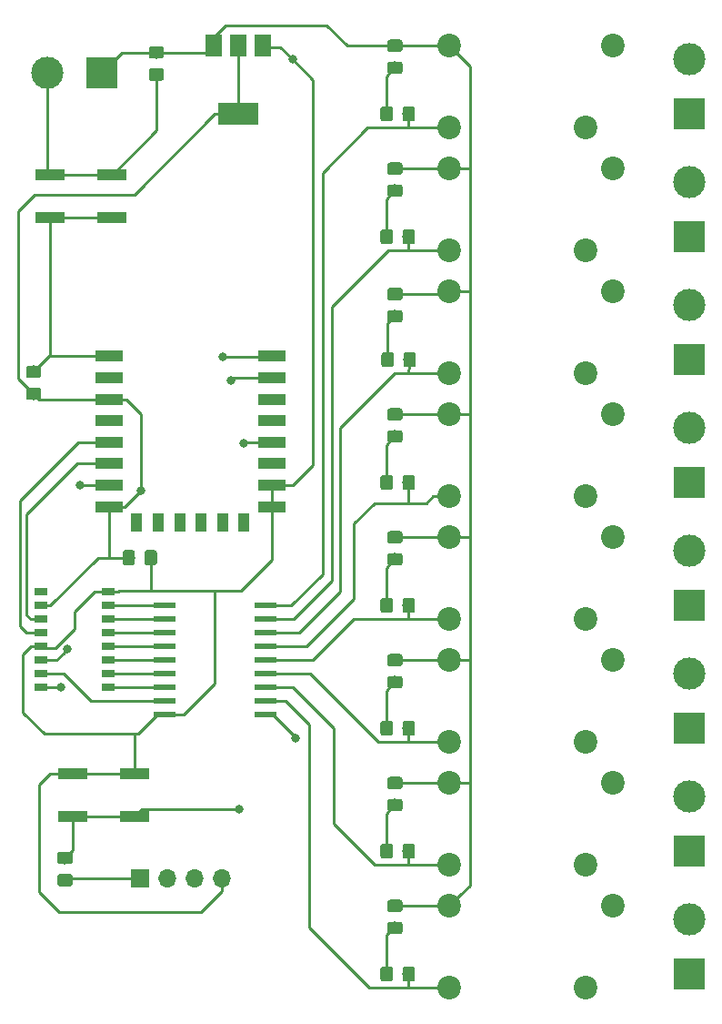
<source format=gbr>
G04 #@! TF.GenerationSoftware,KiCad,Pcbnew,5.0.0-fee4fd1~66~ubuntu16.04.1*
G04 #@! TF.CreationDate,2018-10-04T10:54:54+02:00*
G04 #@! TF.ProjectId,8Relays,3852656C6179732E6B696361645F7063,rev?*
G04 #@! TF.SameCoordinates,Original*
G04 #@! TF.FileFunction,Copper,L1,Top,Signal*
G04 #@! TF.FilePolarity,Positive*
%FSLAX46Y46*%
G04 Gerber Fmt 4.6, Leading zero omitted, Abs format (unit mm)*
G04 Created by KiCad (PCBNEW 5.0.0-fee4fd1~66~ubuntu16.04.1) date Thu Oct  4 10:54:54 2018*
%MOMM*%
%LPD*%
G01*
G04 APERTURE LIST*
G04 #@! TA.AperFunction,ComponentPad*
%ADD10C,2.200000*%
G04 #@! TD*
G04 #@! TA.AperFunction,SMDPad,CuDef*
%ADD11R,1.300000X0.800000*%
G04 #@! TD*
G04 #@! TA.AperFunction,Conductor*
%ADD12C,0.100000*%
G04 #@! TD*
G04 #@! TA.AperFunction,SMDPad,CuDef*
%ADD13C,1.150000*%
G04 #@! TD*
G04 #@! TA.AperFunction,ComponentPad*
%ADD14R,3.000000X3.000000*%
G04 #@! TD*
G04 #@! TA.AperFunction,ComponentPad*
%ADD15C,3.000000*%
G04 #@! TD*
G04 #@! TA.AperFunction,SMDPad,CuDef*
%ADD16R,2.750000X1.000000*%
G04 #@! TD*
G04 #@! TA.AperFunction,SMDPad,CuDef*
%ADD17R,3.800000X2.000000*%
G04 #@! TD*
G04 #@! TA.AperFunction,SMDPad,CuDef*
%ADD18R,1.500000X2.000000*%
G04 #@! TD*
G04 #@! TA.AperFunction,SMDPad,CuDef*
%ADD19R,2.500000X1.000000*%
G04 #@! TD*
G04 #@! TA.AperFunction,SMDPad,CuDef*
%ADD20R,1.000000X1.800000*%
G04 #@! TD*
G04 #@! TA.AperFunction,SMDPad,CuDef*
%ADD21R,2.000000X0.600000*%
G04 #@! TD*
G04 #@! TA.AperFunction,ComponentPad*
%ADD22R,1.700000X1.700000*%
G04 #@! TD*
G04 #@! TA.AperFunction,ComponentPad*
%ADD23O,1.700000X1.700000*%
G04 #@! TD*
G04 #@! TA.AperFunction,ViaPad*
%ADD24C,0.800000*%
G04 #@! TD*
G04 #@! TA.AperFunction,Conductor*
%ADD25C,0.250000*%
G04 #@! TD*
G04 APERTURE END LIST*
D10*
G04 #@! TO.P,K7,1*
G04 #@! TO.N,/OUT7*
X172720000Y-123190000D03*
G04 #@! TO.P,K7,2*
G04 #@! TO.N,/5V*
X172720000Y-115570000D03*
G04 #@! TO.P,K7,4*
G04 #@! TO.N,Net-(J8-Pad1)*
X185420000Y-123190000D03*
G04 #@! TO.P,K7,3*
G04 #@! TO.N,Net-(J8-Pad2)*
X187960000Y-115570000D03*
G04 #@! TD*
D11*
G04 #@! TO.P,U1,1*
G04 #@! TO.N,/L7*
X140945000Y-106685000D03*
G04 #@! TO.P,U1,2*
G04 #@! TO.N,/L6*
X140945000Y-105405000D03*
G04 #@! TO.P,U1,3*
G04 #@! TO.N,/L5*
X140945000Y-104145000D03*
G04 #@! TO.P,U1,4*
G04 #@! TO.N,/L4*
X140945000Y-102875000D03*
G04 #@! TO.P,U1,5*
G04 #@! TO.N,/L3*
X140945000Y-101595000D03*
G04 #@! TO.P,U1,6*
G04 #@! TO.N,/L2*
X140945000Y-100325000D03*
G04 #@! TO.P,U1,7*
G04 #@! TO.N,/L1*
X140945000Y-99065000D03*
G04 #@! TO.P,U1,8*
G04 #@! TO.N,/GND*
X140945000Y-97785000D03*
G04 #@! TO.P,U1,9*
G04 #@! TO.N,Net-(U1-Pad9)*
X134645000Y-97785000D03*
G04 #@! TO.P,U1,10*
G04 #@! TO.N,/3V3*
X134645000Y-99065000D03*
G04 #@! TO.P,U1,11*
G04 #@! TO.N,/SRCLK*
X134645000Y-100325000D03*
G04 #@! TO.P,U1,12*
G04 #@! TO.N,/RCLK*
X134645000Y-101595000D03*
G04 #@! TO.P,U1,13*
G04 #@! TO.N,/GND*
X134645000Y-102875000D03*
G04 #@! TO.P,U1,14*
G04 #@! TO.N,/SER*
X134645000Y-104145000D03*
G04 #@! TO.P,U1,15*
G04 #@! TO.N,/L8*
X134645000Y-105405000D03*
G04 #@! TO.P,U1,16*
G04 #@! TO.N,/3V3*
X134645000Y-106685000D03*
G04 #@! TD*
D12*
G04 #@! TO.N,Net-(D1-Pad1)*
G04 #@! TO.C,D1*
G36*
X168114505Y-48466204D02*
X168138773Y-48469804D01*
X168162572Y-48475765D01*
X168185671Y-48484030D01*
X168207850Y-48494520D01*
X168228893Y-48507132D01*
X168248599Y-48521747D01*
X168266777Y-48538223D01*
X168283253Y-48556401D01*
X168297868Y-48576107D01*
X168310480Y-48597150D01*
X168320970Y-48619329D01*
X168329235Y-48642428D01*
X168335196Y-48666227D01*
X168338796Y-48690495D01*
X168340000Y-48714999D01*
X168340000Y-49365001D01*
X168338796Y-49389505D01*
X168335196Y-49413773D01*
X168329235Y-49437572D01*
X168320970Y-49460671D01*
X168310480Y-49482850D01*
X168297868Y-49503893D01*
X168283253Y-49523599D01*
X168266777Y-49541777D01*
X168248599Y-49558253D01*
X168228893Y-49572868D01*
X168207850Y-49585480D01*
X168185671Y-49595970D01*
X168162572Y-49604235D01*
X168138773Y-49610196D01*
X168114505Y-49613796D01*
X168090001Y-49615000D01*
X167189999Y-49615000D01*
X167165495Y-49613796D01*
X167141227Y-49610196D01*
X167117428Y-49604235D01*
X167094329Y-49595970D01*
X167072150Y-49585480D01*
X167051107Y-49572868D01*
X167031401Y-49558253D01*
X167013223Y-49541777D01*
X166996747Y-49523599D01*
X166982132Y-49503893D01*
X166969520Y-49482850D01*
X166959030Y-49460671D01*
X166950765Y-49437572D01*
X166944804Y-49413773D01*
X166941204Y-49389505D01*
X166940000Y-49365001D01*
X166940000Y-48714999D01*
X166941204Y-48690495D01*
X166944804Y-48666227D01*
X166950765Y-48642428D01*
X166959030Y-48619329D01*
X166969520Y-48597150D01*
X166982132Y-48576107D01*
X166996747Y-48556401D01*
X167013223Y-48538223D01*
X167031401Y-48521747D01*
X167051107Y-48507132D01*
X167072150Y-48494520D01*
X167094329Y-48484030D01*
X167117428Y-48475765D01*
X167141227Y-48469804D01*
X167165495Y-48466204D01*
X167189999Y-48465000D01*
X168090001Y-48465000D01*
X168114505Y-48466204D01*
X168114505Y-48466204D01*
G37*
D13*
G04 #@! TD*
G04 #@! TO.P,D1,1*
G04 #@! TO.N,Net-(D1-Pad1)*
X167640000Y-49040000D03*
D12*
G04 #@! TO.N,/5V*
G04 #@! TO.C,D1*
G36*
X168114505Y-46416204D02*
X168138773Y-46419804D01*
X168162572Y-46425765D01*
X168185671Y-46434030D01*
X168207850Y-46444520D01*
X168228893Y-46457132D01*
X168248599Y-46471747D01*
X168266777Y-46488223D01*
X168283253Y-46506401D01*
X168297868Y-46526107D01*
X168310480Y-46547150D01*
X168320970Y-46569329D01*
X168329235Y-46592428D01*
X168335196Y-46616227D01*
X168338796Y-46640495D01*
X168340000Y-46664999D01*
X168340000Y-47315001D01*
X168338796Y-47339505D01*
X168335196Y-47363773D01*
X168329235Y-47387572D01*
X168320970Y-47410671D01*
X168310480Y-47432850D01*
X168297868Y-47453893D01*
X168283253Y-47473599D01*
X168266777Y-47491777D01*
X168248599Y-47508253D01*
X168228893Y-47522868D01*
X168207850Y-47535480D01*
X168185671Y-47545970D01*
X168162572Y-47554235D01*
X168138773Y-47560196D01*
X168114505Y-47563796D01*
X168090001Y-47565000D01*
X167189999Y-47565000D01*
X167165495Y-47563796D01*
X167141227Y-47560196D01*
X167117428Y-47554235D01*
X167094329Y-47545970D01*
X167072150Y-47535480D01*
X167051107Y-47522868D01*
X167031401Y-47508253D01*
X167013223Y-47491777D01*
X166996747Y-47473599D01*
X166982132Y-47453893D01*
X166969520Y-47432850D01*
X166959030Y-47410671D01*
X166950765Y-47387572D01*
X166944804Y-47363773D01*
X166941204Y-47339505D01*
X166940000Y-47315001D01*
X166940000Y-46664999D01*
X166941204Y-46640495D01*
X166944804Y-46616227D01*
X166950765Y-46592428D01*
X166959030Y-46569329D01*
X166969520Y-46547150D01*
X166982132Y-46526107D01*
X166996747Y-46506401D01*
X167013223Y-46488223D01*
X167031401Y-46471747D01*
X167051107Y-46457132D01*
X167072150Y-46444520D01*
X167094329Y-46434030D01*
X167117428Y-46425765D01*
X167141227Y-46419804D01*
X167165495Y-46416204D01*
X167189999Y-46415000D01*
X168090001Y-46415000D01*
X168114505Y-46416204D01*
X168114505Y-46416204D01*
G37*
D13*
G04 #@! TD*
G04 #@! TO.P,D1,2*
G04 #@! TO.N,/5V*
X167640000Y-46990000D03*
D12*
G04 #@! TO.N,/5V*
G04 #@! TO.C,D2*
G36*
X168114505Y-57846204D02*
X168138773Y-57849804D01*
X168162572Y-57855765D01*
X168185671Y-57864030D01*
X168207850Y-57874520D01*
X168228893Y-57887132D01*
X168248599Y-57901747D01*
X168266777Y-57918223D01*
X168283253Y-57936401D01*
X168297868Y-57956107D01*
X168310480Y-57977150D01*
X168320970Y-57999329D01*
X168329235Y-58022428D01*
X168335196Y-58046227D01*
X168338796Y-58070495D01*
X168340000Y-58094999D01*
X168340000Y-58745001D01*
X168338796Y-58769505D01*
X168335196Y-58793773D01*
X168329235Y-58817572D01*
X168320970Y-58840671D01*
X168310480Y-58862850D01*
X168297868Y-58883893D01*
X168283253Y-58903599D01*
X168266777Y-58921777D01*
X168248599Y-58938253D01*
X168228893Y-58952868D01*
X168207850Y-58965480D01*
X168185671Y-58975970D01*
X168162572Y-58984235D01*
X168138773Y-58990196D01*
X168114505Y-58993796D01*
X168090001Y-58995000D01*
X167189999Y-58995000D01*
X167165495Y-58993796D01*
X167141227Y-58990196D01*
X167117428Y-58984235D01*
X167094329Y-58975970D01*
X167072150Y-58965480D01*
X167051107Y-58952868D01*
X167031401Y-58938253D01*
X167013223Y-58921777D01*
X166996747Y-58903599D01*
X166982132Y-58883893D01*
X166969520Y-58862850D01*
X166959030Y-58840671D01*
X166950765Y-58817572D01*
X166944804Y-58793773D01*
X166941204Y-58769505D01*
X166940000Y-58745001D01*
X166940000Y-58094999D01*
X166941204Y-58070495D01*
X166944804Y-58046227D01*
X166950765Y-58022428D01*
X166959030Y-57999329D01*
X166969520Y-57977150D01*
X166982132Y-57956107D01*
X166996747Y-57936401D01*
X167013223Y-57918223D01*
X167031401Y-57901747D01*
X167051107Y-57887132D01*
X167072150Y-57874520D01*
X167094329Y-57864030D01*
X167117428Y-57855765D01*
X167141227Y-57849804D01*
X167165495Y-57846204D01*
X167189999Y-57845000D01*
X168090001Y-57845000D01*
X168114505Y-57846204D01*
X168114505Y-57846204D01*
G37*
D13*
G04 #@! TD*
G04 #@! TO.P,D2,2*
G04 #@! TO.N,/5V*
X167640000Y-58420000D03*
D12*
G04 #@! TO.N,Net-(D2-Pad1)*
G04 #@! TO.C,D2*
G36*
X168114505Y-59896204D02*
X168138773Y-59899804D01*
X168162572Y-59905765D01*
X168185671Y-59914030D01*
X168207850Y-59924520D01*
X168228893Y-59937132D01*
X168248599Y-59951747D01*
X168266777Y-59968223D01*
X168283253Y-59986401D01*
X168297868Y-60006107D01*
X168310480Y-60027150D01*
X168320970Y-60049329D01*
X168329235Y-60072428D01*
X168335196Y-60096227D01*
X168338796Y-60120495D01*
X168340000Y-60144999D01*
X168340000Y-60795001D01*
X168338796Y-60819505D01*
X168335196Y-60843773D01*
X168329235Y-60867572D01*
X168320970Y-60890671D01*
X168310480Y-60912850D01*
X168297868Y-60933893D01*
X168283253Y-60953599D01*
X168266777Y-60971777D01*
X168248599Y-60988253D01*
X168228893Y-61002868D01*
X168207850Y-61015480D01*
X168185671Y-61025970D01*
X168162572Y-61034235D01*
X168138773Y-61040196D01*
X168114505Y-61043796D01*
X168090001Y-61045000D01*
X167189999Y-61045000D01*
X167165495Y-61043796D01*
X167141227Y-61040196D01*
X167117428Y-61034235D01*
X167094329Y-61025970D01*
X167072150Y-61015480D01*
X167051107Y-61002868D01*
X167031401Y-60988253D01*
X167013223Y-60971777D01*
X166996747Y-60953599D01*
X166982132Y-60933893D01*
X166969520Y-60912850D01*
X166959030Y-60890671D01*
X166950765Y-60867572D01*
X166944804Y-60843773D01*
X166941204Y-60819505D01*
X166940000Y-60795001D01*
X166940000Y-60144999D01*
X166941204Y-60120495D01*
X166944804Y-60096227D01*
X166950765Y-60072428D01*
X166959030Y-60049329D01*
X166969520Y-60027150D01*
X166982132Y-60006107D01*
X166996747Y-59986401D01*
X167013223Y-59968223D01*
X167031401Y-59951747D01*
X167051107Y-59937132D01*
X167072150Y-59924520D01*
X167094329Y-59914030D01*
X167117428Y-59905765D01*
X167141227Y-59899804D01*
X167165495Y-59896204D01*
X167189999Y-59895000D01*
X168090001Y-59895000D01*
X168114505Y-59896204D01*
X168114505Y-59896204D01*
G37*
D13*
G04 #@! TD*
G04 #@! TO.P,D2,1*
G04 #@! TO.N,Net-(D2-Pad1)*
X167640000Y-60470000D03*
D12*
G04 #@! TO.N,/5V*
G04 #@! TO.C,D3*
G36*
X168114505Y-69521204D02*
X168138773Y-69524804D01*
X168162572Y-69530765D01*
X168185671Y-69539030D01*
X168207850Y-69549520D01*
X168228893Y-69562132D01*
X168248599Y-69576747D01*
X168266777Y-69593223D01*
X168283253Y-69611401D01*
X168297868Y-69631107D01*
X168310480Y-69652150D01*
X168320970Y-69674329D01*
X168329235Y-69697428D01*
X168335196Y-69721227D01*
X168338796Y-69745495D01*
X168340000Y-69769999D01*
X168340000Y-70420001D01*
X168338796Y-70444505D01*
X168335196Y-70468773D01*
X168329235Y-70492572D01*
X168320970Y-70515671D01*
X168310480Y-70537850D01*
X168297868Y-70558893D01*
X168283253Y-70578599D01*
X168266777Y-70596777D01*
X168248599Y-70613253D01*
X168228893Y-70627868D01*
X168207850Y-70640480D01*
X168185671Y-70650970D01*
X168162572Y-70659235D01*
X168138773Y-70665196D01*
X168114505Y-70668796D01*
X168090001Y-70670000D01*
X167189999Y-70670000D01*
X167165495Y-70668796D01*
X167141227Y-70665196D01*
X167117428Y-70659235D01*
X167094329Y-70650970D01*
X167072150Y-70640480D01*
X167051107Y-70627868D01*
X167031401Y-70613253D01*
X167013223Y-70596777D01*
X166996747Y-70578599D01*
X166982132Y-70558893D01*
X166969520Y-70537850D01*
X166959030Y-70515671D01*
X166950765Y-70492572D01*
X166944804Y-70468773D01*
X166941204Y-70444505D01*
X166940000Y-70420001D01*
X166940000Y-69769999D01*
X166941204Y-69745495D01*
X166944804Y-69721227D01*
X166950765Y-69697428D01*
X166959030Y-69674329D01*
X166969520Y-69652150D01*
X166982132Y-69631107D01*
X166996747Y-69611401D01*
X167013223Y-69593223D01*
X167031401Y-69576747D01*
X167051107Y-69562132D01*
X167072150Y-69549520D01*
X167094329Y-69539030D01*
X167117428Y-69530765D01*
X167141227Y-69524804D01*
X167165495Y-69521204D01*
X167189999Y-69520000D01*
X168090001Y-69520000D01*
X168114505Y-69521204D01*
X168114505Y-69521204D01*
G37*
D13*
G04 #@! TD*
G04 #@! TO.P,D3,2*
G04 #@! TO.N,/5V*
X167640000Y-70095000D03*
D12*
G04 #@! TO.N,Net-(D3-Pad1)*
G04 #@! TO.C,D3*
G36*
X168114505Y-71571204D02*
X168138773Y-71574804D01*
X168162572Y-71580765D01*
X168185671Y-71589030D01*
X168207850Y-71599520D01*
X168228893Y-71612132D01*
X168248599Y-71626747D01*
X168266777Y-71643223D01*
X168283253Y-71661401D01*
X168297868Y-71681107D01*
X168310480Y-71702150D01*
X168320970Y-71724329D01*
X168329235Y-71747428D01*
X168335196Y-71771227D01*
X168338796Y-71795495D01*
X168340000Y-71819999D01*
X168340000Y-72470001D01*
X168338796Y-72494505D01*
X168335196Y-72518773D01*
X168329235Y-72542572D01*
X168320970Y-72565671D01*
X168310480Y-72587850D01*
X168297868Y-72608893D01*
X168283253Y-72628599D01*
X168266777Y-72646777D01*
X168248599Y-72663253D01*
X168228893Y-72677868D01*
X168207850Y-72690480D01*
X168185671Y-72700970D01*
X168162572Y-72709235D01*
X168138773Y-72715196D01*
X168114505Y-72718796D01*
X168090001Y-72720000D01*
X167189999Y-72720000D01*
X167165495Y-72718796D01*
X167141227Y-72715196D01*
X167117428Y-72709235D01*
X167094329Y-72700970D01*
X167072150Y-72690480D01*
X167051107Y-72677868D01*
X167031401Y-72663253D01*
X167013223Y-72646777D01*
X166996747Y-72628599D01*
X166982132Y-72608893D01*
X166969520Y-72587850D01*
X166959030Y-72565671D01*
X166950765Y-72542572D01*
X166944804Y-72518773D01*
X166941204Y-72494505D01*
X166940000Y-72470001D01*
X166940000Y-71819999D01*
X166941204Y-71795495D01*
X166944804Y-71771227D01*
X166950765Y-71747428D01*
X166959030Y-71724329D01*
X166969520Y-71702150D01*
X166982132Y-71681107D01*
X166996747Y-71661401D01*
X167013223Y-71643223D01*
X167031401Y-71626747D01*
X167051107Y-71612132D01*
X167072150Y-71599520D01*
X167094329Y-71589030D01*
X167117428Y-71580765D01*
X167141227Y-71574804D01*
X167165495Y-71571204D01*
X167189999Y-71570000D01*
X168090001Y-71570000D01*
X168114505Y-71571204D01*
X168114505Y-71571204D01*
G37*
D13*
G04 #@! TD*
G04 #@! TO.P,D3,1*
G04 #@! TO.N,Net-(D3-Pad1)*
X167640000Y-72145000D03*
D12*
G04 #@! TO.N,Net-(D4-Pad1)*
G04 #@! TO.C,D4*
G36*
X168114505Y-82756204D02*
X168138773Y-82759804D01*
X168162572Y-82765765D01*
X168185671Y-82774030D01*
X168207850Y-82784520D01*
X168228893Y-82797132D01*
X168248599Y-82811747D01*
X168266777Y-82828223D01*
X168283253Y-82846401D01*
X168297868Y-82866107D01*
X168310480Y-82887150D01*
X168320970Y-82909329D01*
X168329235Y-82932428D01*
X168335196Y-82956227D01*
X168338796Y-82980495D01*
X168340000Y-83004999D01*
X168340000Y-83655001D01*
X168338796Y-83679505D01*
X168335196Y-83703773D01*
X168329235Y-83727572D01*
X168320970Y-83750671D01*
X168310480Y-83772850D01*
X168297868Y-83793893D01*
X168283253Y-83813599D01*
X168266777Y-83831777D01*
X168248599Y-83848253D01*
X168228893Y-83862868D01*
X168207850Y-83875480D01*
X168185671Y-83885970D01*
X168162572Y-83894235D01*
X168138773Y-83900196D01*
X168114505Y-83903796D01*
X168090001Y-83905000D01*
X167189999Y-83905000D01*
X167165495Y-83903796D01*
X167141227Y-83900196D01*
X167117428Y-83894235D01*
X167094329Y-83885970D01*
X167072150Y-83875480D01*
X167051107Y-83862868D01*
X167031401Y-83848253D01*
X167013223Y-83831777D01*
X166996747Y-83813599D01*
X166982132Y-83793893D01*
X166969520Y-83772850D01*
X166959030Y-83750671D01*
X166950765Y-83727572D01*
X166944804Y-83703773D01*
X166941204Y-83679505D01*
X166940000Y-83655001D01*
X166940000Y-83004999D01*
X166941204Y-82980495D01*
X166944804Y-82956227D01*
X166950765Y-82932428D01*
X166959030Y-82909329D01*
X166969520Y-82887150D01*
X166982132Y-82866107D01*
X166996747Y-82846401D01*
X167013223Y-82828223D01*
X167031401Y-82811747D01*
X167051107Y-82797132D01*
X167072150Y-82784520D01*
X167094329Y-82774030D01*
X167117428Y-82765765D01*
X167141227Y-82759804D01*
X167165495Y-82756204D01*
X167189999Y-82755000D01*
X168090001Y-82755000D01*
X168114505Y-82756204D01*
X168114505Y-82756204D01*
G37*
D13*
G04 #@! TD*
G04 #@! TO.P,D4,1*
G04 #@! TO.N,Net-(D4-Pad1)*
X167640000Y-83330000D03*
D12*
G04 #@! TO.N,/5V*
G04 #@! TO.C,D4*
G36*
X168114505Y-80706204D02*
X168138773Y-80709804D01*
X168162572Y-80715765D01*
X168185671Y-80724030D01*
X168207850Y-80734520D01*
X168228893Y-80747132D01*
X168248599Y-80761747D01*
X168266777Y-80778223D01*
X168283253Y-80796401D01*
X168297868Y-80816107D01*
X168310480Y-80837150D01*
X168320970Y-80859329D01*
X168329235Y-80882428D01*
X168335196Y-80906227D01*
X168338796Y-80930495D01*
X168340000Y-80954999D01*
X168340000Y-81605001D01*
X168338796Y-81629505D01*
X168335196Y-81653773D01*
X168329235Y-81677572D01*
X168320970Y-81700671D01*
X168310480Y-81722850D01*
X168297868Y-81743893D01*
X168283253Y-81763599D01*
X168266777Y-81781777D01*
X168248599Y-81798253D01*
X168228893Y-81812868D01*
X168207850Y-81825480D01*
X168185671Y-81835970D01*
X168162572Y-81844235D01*
X168138773Y-81850196D01*
X168114505Y-81853796D01*
X168090001Y-81855000D01*
X167189999Y-81855000D01*
X167165495Y-81853796D01*
X167141227Y-81850196D01*
X167117428Y-81844235D01*
X167094329Y-81835970D01*
X167072150Y-81825480D01*
X167051107Y-81812868D01*
X167031401Y-81798253D01*
X167013223Y-81781777D01*
X166996747Y-81763599D01*
X166982132Y-81743893D01*
X166969520Y-81722850D01*
X166959030Y-81700671D01*
X166950765Y-81677572D01*
X166944804Y-81653773D01*
X166941204Y-81629505D01*
X166940000Y-81605001D01*
X166940000Y-80954999D01*
X166941204Y-80930495D01*
X166944804Y-80906227D01*
X166950765Y-80882428D01*
X166959030Y-80859329D01*
X166969520Y-80837150D01*
X166982132Y-80816107D01*
X166996747Y-80796401D01*
X167013223Y-80778223D01*
X167031401Y-80761747D01*
X167051107Y-80747132D01*
X167072150Y-80734520D01*
X167094329Y-80724030D01*
X167117428Y-80715765D01*
X167141227Y-80709804D01*
X167165495Y-80706204D01*
X167189999Y-80705000D01*
X168090001Y-80705000D01*
X168114505Y-80706204D01*
X168114505Y-80706204D01*
G37*
D13*
G04 #@! TD*
G04 #@! TO.P,D4,2*
G04 #@! TO.N,/5V*
X167640000Y-81280000D03*
D12*
G04 #@! TO.N,/5V*
G04 #@! TO.C,D5*
G36*
X168114505Y-92136204D02*
X168138773Y-92139804D01*
X168162572Y-92145765D01*
X168185671Y-92154030D01*
X168207850Y-92164520D01*
X168228893Y-92177132D01*
X168248599Y-92191747D01*
X168266777Y-92208223D01*
X168283253Y-92226401D01*
X168297868Y-92246107D01*
X168310480Y-92267150D01*
X168320970Y-92289329D01*
X168329235Y-92312428D01*
X168335196Y-92336227D01*
X168338796Y-92360495D01*
X168340000Y-92384999D01*
X168340000Y-93035001D01*
X168338796Y-93059505D01*
X168335196Y-93083773D01*
X168329235Y-93107572D01*
X168320970Y-93130671D01*
X168310480Y-93152850D01*
X168297868Y-93173893D01*
X168283253Y-93193599D01*
X168266777Y-93211777D01*
X168248599Y-93228253D01*
X168228893Y-93242868D01*
X168207850Y-93255480D01*
X168185671Y-93265970D01*
X168162572Y-93274235D01*
X168138773Y-93280196D01*
X168114505Y-93283796D01*
X168090001Y-93285000D01*
X167189999Y-93285000D01*
X167165495Y-93283796D01*
X167141227Y-93280196D01*
X167117428Y-93274235D01*
X167094329Y-93265970D01*
X167072150Y-93255480D01*
X167051107Y-93242868D01*
X167031401Y-93228253D01*
X167013223Y-93211777D01*
X166996747Y-93193599D01*
X166982132Y-93173893D01*
X166969520Y-93152850D01*
X166959030Y-93130671D01*
X166950765Y-93107572D01*
X166944804Y-93083773D01*
X166941204Y-93059505D01*
X166940000Y-93035001D01*
X166940000Y-92384999D01*
X166941204Y-92360495D01*
X166944804Y-92336227D01*
X166950765Y-92312428D01*
X166959030Y-92289329D01*
X166969520Y-92267150D01*
X166982132Y-92246107D01*
X166996747Y-92226401D01*
X167013223Y-92208223D01*
X167031401Y-92191747D01*
X167051107Y-92177132D01*
X167072150Y-92164520D01*
X167094329Y-92154030D01*
X167117428Y-92145765D01*
X167141227Y-92139804D01*
X167165495Y-92136204D01*
X167189999Y-92135000D01*
X168090001Y-92135000D01*
X168114505Y-92136204D01*
X168114505Y-92136204D01*
G37*
D13*
G04 #@! TD*
G04 #@! TO.P,D5,2*
G04 #@! TO.N,/5V*
X167640000Y-92710000D03*
D12*
G04 #@! TO.N,Net-(D5-Pad1)*
G04 #@! TO.C,D5*
G36*
X168114505Y-94186204D02*
X168138773Y-94189804D01*
X168162572Y-94195765D01*
X168185671Y-94204030D01*
X168207850Y-94214520D01*
X168228893Y-94227132D01*
X168248599Y-94241747D01*
X168266777Y-94258223D01*
X168283253Y-94276401D01*
X168297868Y-94296107D01*
X168310480Y-94317150D01*
X168320970Y-94339329D01*
X168329235Y-94362428D01*
X168335196Y-94386227D01*
X168338796Y-94410495D01*
X168340000Y-94434999D01*
X168340000Y-95085001D01*
X168338796Y-95109505D01*
X168335196Y-95133773D01*
X168329235Y-95157572D01*
X168320970Y-95180671D01*
X168310480Y-95202850D01*
X168297868Y-95223893D01*
X168283253Y-95243599D01*
X168266777Y-95261777D01*
X168248599Y-95278253D01*
X168228893Y-95292868D01*
X168207850Y-95305480D01*
X168185671Y-95315970D01*
X168162572Y-95324235D01*
X168138773Y-95330196D01*
X168114505Y-95333796D01*
X168090001Y-95335000D01*
X167189999Y-95335000D01*
X167165495Y-95333796D01*
X167141227Y-95330196D01*
X167117428Y-95324235D01*
X167094329Y-95315970D01*
X167072150Y-95305480D01*
X167051107Y-95292868D01*
X167031401Y-95278253D01*
X167013223Y-95261777D01*
X166996747Y-95243599D01*
X166982132Y-95223893D01*
X166969520Y-95202850D01*
X166959030Y-95180671D01*
X166950765Y-95157572D01*
X166944804Y-95133773D01*
X166941204Y-95109505D01*
X166940000Y-95085001D01*
X166940000Y-94434999D01*
X166941204Y-94410495D01*
X166944804Y-94386227D01*
X166950765Y-94362428D01*
X166959030Y-94339329D01*
X166969520Y-94317150D01*
X166982132Y-94296107D01*
X166996747Y-94276401D01*
X167013223Y-94258223D01*
X167031401Y-94241747D01*
X167051107Y-94227132D01*
X167072150Y-94214520D01*
X167094329Y-94204030D01*
X167117428Y-94195765D01*
X167141227Y-94189804D01*
X167165495Y-94186204D01*
X167189999Y-94185000D01*
X168090001Y-94185000D01*
X168114505Y-94186204D01*
X168114505Y-94186204D01*
G37*
D13*
G04 #@! TD*
G04 #@! TO.P,D5,1*
G04 #@! TO.N,Net-(D5-Pad1)*
X167640000Y-94760000D03*
D12*
G04 #@! TO.N,Net-(D6-Pad1)*
G04 #@! TO.C,D6*
G36*
X168114505Y-105616204D02*
X168138773Y-105619804D01*
X168162572Y-105625765D01*
X168185671Y-105634030D01*
X168207850Y-105644520D01*
X168228893Y-105657132D01*
X168248599Y-105671747D01*
X168266777Y-105688223D01*
X168283253Y-105706401D01*
X168297868Y-105726107D01*
X168310480Y-105747150D01*
X168320970Y-105769329D01*
X168329235Y-105792428D01*
X168335196Y-105816227D01*
X168338796Y-105840495D01*
X168340000Y-105864999D01*
X168340000Y-106515001D01*
X168338796Y-106539505D01*
X168335196Y-106563773D01*
X168329235Y-106587572D01*
X168320970Y-106610671D01*
X168310480Y-106632850D01*
X168297868Y-106653893D01*
X168283253Y-106673599D01*
X168266777Y-106691777D01*
X168248599Y-106708253D01*
X168228893Y-106722868D01*
X168207850Y-106735480D01*
X168185671Y-106745970D01*
X168162572Y-106754235D01*
X168138773Y-106760196D01*
X168114505Y-106763796D01*
X168090001Y-106765000D01*
X167189999Y-106765000D01*
X167165495Y-106763796D01*
X167141227Y-106760196D01*
X167117428Y-106754235D01*
X167094329Y-106745970D01*
X167072150Y-106735480D01*
X167051107Y-106722868D01*
X167031401Y-106708253D01*
X167013223Y-106691777D01*
X166996747Y-106673599D01*
X166982132Y-106653893D01*
X166969520Y-106632850D01*
X166959030Y-106610671D01*
X166950765Y-106587572D01*
X166944804Y-106563773D01*
X166941204Y-106539505D01*
X166940000Y-106515001D01*
X166940000Y-105864999D01*
X166941204Y-105840495D01*
X166944804Y-105816227D01*
X166950765Y-105792428D01*
X166959030Y-105769329D01*
X166969520Y-105747150D01*
X166982132Y-105726107D01*
X166996747Y-105706401D01*
X167013223Y-105688223D01*
X167031401Y-105671747D01*
X167051107Y-105657132D01*
X167072150Y-105644520D01*
X167094329Y-105634030D01*
X167117428Y-105625765D01*
X167141227Y-105619804D01*
X167165495Y-105616204D01*
X167189999Y-105615000D01*
X168090001Y-105615000D01*
X168114505Y-105616204D01*
X168114505Y-105616204D01*
G37*
D13*
G04 #@! TD*
G04 #@! TO.P,D6,1*
G04 #@! TO.N,Net-(D6-Pad1)*
X167640000Y-106190000D03*
D12*
G04 #@! TO.N,/5V*
G04 #@! TO.C,D6*
G36*
X168114505Y-103566204D02*
X168138773Y-103569804D01*
X168162572Y-103575765D01*
X168185671Y-103584030D01*
X168207850Y-103594520D01*
X168228893Y-103607132D01*
X168248599Y-103621747D01*
X168266777Y-103638223D01*
X168283253Y-103656401D01*
X168297868Y-103676107D01*
X168310480Y-103697150D01*
X168320970Y-103719329D01*
X168329235Y-103742428D01*
X168335196Y-103766227D01*
X168338796Y-103790495D01*
X168340000Y-103814999D01*
X168340000Y-104465001D01*
X168338796Y-104489505D01*
X168335196Y-104513773D01*
X168329235Y-104537572D01*
X168320970Y-104560671D01*
X168310480Y-104582850D01*
X168297868Y-104603893D01*
X168283253Y-104623599D01*
X168266777Y-104641777D01*
X168248599Y-104658253D01*
X168228893Y-104672868D01*
X168207850Y-104685480D01*
X168185671Y-104695970D01*
X168162572Y-104704235D01*
X168138773Y-104710196D01*
X168114505Y-104713796D01*
X168090001Y-104715000D01*
X167189999Y-104715000D01*
X167165495Y-104713796D01*
X167141227Y-104710196D01*
X167117428Y-104704235D01*
X167094329Y-104695970D01*
X167072150Y-104685480D01*
X167051107Y-104672868D01*
X167031401Y-104658253D01*
X167013223Y-104641777D01*
X166996747Y-104623599D01*
X166982132Y-104603893D01*
X166969520Y-104582850D01*
X166959030Y-104560671D01*
X166950765Y-104537572D01*
X166944804Y-104513773D01*
X166941204Y-104489505D01*
X166940000Y-104465001D01*
X166940000Y-103814999D01*
X166941204Y-103790495D01*
X166944804Y-103766227D01*
X166950765Y-103742428D01*
X166959030Y-103719329D01*
X166969520Y-103697150D01*
X166982132Y-103676107D01*
X166996747Y-103656401D01*
X167013223Y-103638223D01*
X167031401Y-103621747D01*
X167051107Y-103607132D01*
X167072150Y-103594520D01*
X167094329Y-103584030D01*
X167117428Y-103575765D01*
X167141227Y-103569804D01*
X167165495Y-103566204D01*
X167189999Y-103565000D01*
X168090001Y-103565000D01*
X168114505Y-103566204D01*
X168114505Y-103566204D01*
G37*
D13*
G04 #@! TD*
G04 #@! TO.P,D6,2*
G04 #@! TO.N,/5V*
X167640000Y-104140000D03*
D12*
G04 #@! TO.N,/5V*
G04 #@! TO.C,D7*
G36*
X168114505Y-114996204D02*
X168138773Y-114999804D01*
X168162572Y-115005765D01*
X168185671Y-115014030D01*
X168207850Y-115024520D01*
X168228893Y-115037132D01*
X168248599Y-115051747D01*
X168266777Y-115068223D01*
X168283253Y-115086401D01*
X168297868Y-115106107D01*
X168310480Y-115127150D01*
X168320970Y-115149329D01*
X168329235Y-115172428D01*
X168335196Y-115196227D01*
X168338796Y-115220495D01*
X168340000Y-115244999D01*
X168340000Y-115895001D01*
X168338796Y-115919505D01*
X168335196Y-115943773D01*
X168329235Y-115967572D01*
X168320970Y-115990671D01*
X168310480Y-116012850D01*
X168297868Y-116033893D01*
X168283253Y-116053599D01*
X168266777Y-116071777D01*
X168248599Y-116088253D01*
X168228893Y-116102868D01*
X168207850Y-116115480D01*
X168185671Y-116125970D01*
X168162572Y-116134235D01*
X168138773Y-116140196D01*
X168114505Y-116143796D01*
X168090001Y-116145000D01*
X167189999Y-116145000D01*
X167165495Y-116143796D01*
X167141227Y-116140196D01*
X167117428Y-116134235D01*
X167094329Y-116125970D01*
X167072150Y-116115480D01*
X167051107Y-116102868D01*
X167031401Y-116088253D01*
X167013223Y-116071777D01*
X166996747Y-116053599D01*
X166982132Y-116033893D01*
X166969520Y-116012850D01*
X166959030Y-115990671D01*
X166950765Y-115967572D01*
X166944804Y-115943773D01*
X166941204Y-115919505D01*
X166940000Y-115895001D01*
X166940000Y-115244999D01*
X166941204Y-115220495D01*
X166944804Y-115196227D01*
X166950765Y-115172428D01*
X166959030Y-115149329D01*
X166969520Y-115127150D01*
X166982132Y-115106107D01*
X166996747Y-115086401D01*
X167013223Y-115068223D01*
X167031401Y-115051747D01*
X167051107Y-115037132D01*
X167072150Y-115024520D01*
X167094329Y-115014030D01*
X167117428Y-115005765D01*
X167141227Y-114999804D01*
X167165495Y-114996204D01*
X167189999Y-114995000D01*
X168090001Y-114995000D01*
X168114505Y-114996204D01*
X168114505Y-114996204D01*
G37*
D13*
G04 #@! TD*
G04 #@! TO.P,D7,2*
G04 #@! TO.N,/5V*
X167640000Y-115570000D03*
D12*
G04 #@! TO.N,Net-(D7-Pad1)*
G04 #@! TO.C,D7*
G36*
X168114505Y-117046204D02*
X168138773Y-117049804D01*
X168162572Y-117055765D01*
X168185671Y-117064030D01*
X168207850Y-117074520D01*
X168228893Y-117087132D01*
X168248599Y-117101747D01*
X168266777Y-117118223D01*
X168283253Y-117136401D01*
X168297868Y-117156107D01*
X168310480Y-117177150D01*
X168320970Y-117199329D01*
X168329235Y-117222428D01*
X168335196Y-117246227D01*
X168338796Y-117270495D01*
X168340000Y-117294999D01*
X168340000Y-117945001D01*
X168338796Y-117969505D01*
X168335196Y-117993773D01*
X168329235Y-118017572D01*
X168320970Y-118040671D01*
X168310480Y-118062850D01*
X168297868Y-118083893D01*
X168283253Y-118103599D01*
X168266777Y-118121777D01*
X168248599Y-118138253D01*
X168228893Y-118152868D01*
X168207850Y-118165480D01*
X168185671Y-118175970D01*
X168162572Y-118184235D01*
X168138773Y-118190196D01*
X168114505Y-118193796D01*
X168090001Y-118195000D01*
X167189999Y-118195000D01*
X167165495Y-118193796D01*
X167141227Y-118190196D01*
X167117428Y-118184235D01*
X167094329Y-118175970D01*
X167072150Y-118165480D01*
X167051107Y-118152868D01*
X167031401Y-118138253D01*
X167013223Y-118121777D01*
X166996747Y-118103599D01*
X166982132Y-118083893D01*
X166969520Y-118062850D01*
X166959030Y-118040671D01*
X166950765Y-118017572D01*
X166944804Y-117993773D01*
X166941204Y-117969505D01*
X166940000Y-117945001D01*
X166940000Y-117294999D01*
X166941204Y-117270495D01*
X166944804Y-117246227D01*
X166950765Y-117222428D01*
X166959030Y-117199329D01*
X166969520Y-117177150D01*
X166982132Y-117156107D01*
X166996747Y-117136401D01*
X167013223Y-117118223D01*
X167031401Y-117101747D01*
X167051107Y-117087132D01*
X167072150Y-117074520D01*
X167094329Y-117064030D01*
X167117428Y-117055765D01*
X167141227Y-117049804D01*
X167165495Y-117046204D01*
X167189999Y-117045000D01*
X168090001Y-117045000D01*
X168114505Y-117046204D01*
X168114505Y-117046204D01*
G37*
D13*
G04 #@! TD*
G04 #@! TO.P,D7,1*
G04 #@! TO.N,Net-(D7-Pad1)*
X167640000Y-117620000D03*
D12*
G04 #@! TO.N,Net-(D8-Pad1)*
G04 #@! TO.C,D8*
G36*
X168114505Y-128476204D02*
X168138773Y-128479804D01*
X168162572Y-128485765D01*
X168185671Y-128494030D01*
X168207850Y-128504520D01*
X168228893Y-128517132D01*
X168248599Y-128531747D01*
X168266777Y-128548223D01*
X168283253Y-128566401D01*
X168297868Y-128586107D01*
X168310480Y-128607150D01*
X168320970Y-128629329D01*
X168329235Y-128652428D01*
X168335196Y-128676227D01*
X168338796Y-128700495D01*
X168340000Y-128724999D01*
X168340000Y-129375001D01*
X168338796Y-129399505D01*
X168335196Y-129423773D01*
X168329235Y-129447572D01*
X168320970Y-129470671D01*
X168310480Y-129492850D01*
X168297868Y-129513893D01*
X168283253Y-129533599D01*
X168266777Y-129551777D01*
X168248599Y-129568253D01*
X168228893Y-129582868D01*
X168207850Y-129595480D01*
X168185671Y-129605970D01*
X168162572Y-129614235D01*
X168138773Y-129620196D01*
X168114505Y-129623796D01*
X168090001Y-129625000D01*
X167189999Y-129625000D01*
X167165495Y-129623796D01*
X167141227Y-129620196D01*
X167117428Y-129614235D01*
X167094329Y-129605970D01*
X167072150Y-129595480D01*
X167051107Y-129582868D01*
X167031401Y-129568253D01*
X167013223Y-129551777D01*
X166996747Y-129533599D01*
X166982132Y-129513893D01*
X166969520Y-129492850D01*
X166959030Y-129470671D01*
X166950765Y-129447572D01*
X166944804Y-129423773D01*
X166941204Y-129399505D01*
X166940000Y-129375001D01*
X166940000Y-128724999D01*
X166941204Y-128700495D01*
X166944804Y-128676227D01*
X166950765Y-128652428D01*
X166959030Y-128629329D01*
X166969520Y-128607150D01*
X166982132Y-128586107D01*
X166996747Y-128566401D01*
X167013223Y-128548223D01*
X167031401Y-128531747D01*
X167051107Y-128517132D01*
X167072150Y-128504520D01*
X167094329Y-128494030D01*
X167117428Y-128485765D01*
X167141227Y-128479804D01*
X167165495Y-128476204D01*
X167189999Y-128475000D01*
X168090001Y-128475000D01*
X168114505Y-128476204D01*
X168114505Y-128476204D01*
G37*
D13*
G04 #@! TD*
G04 #@! TO.P,D8,1*
G04 #@! TO.N,Net-(D8-Pad1)*
X167640000Y-129050000D03*
D12*
G04 #@! TO.N,/5V*
G04 #@! TO.C,D8*
G36*
X168114505Y-126426204D02*
X168138773Y-126429804D01*
X168162572Y-126435765D01*
X168185671Y-126444030D01*
X168207850Y-126454520D01*
X168228893Y-126467132D01*
X168248599Y-126481747D01*
X168266777Y-126498223D01*
X168283253Y-126516401D01*
X168297868Y-126536107D01*
X168310480Y-126557150D01*
X168320970Y-126579329D01*
X168329235Y-126602428D01*
X168335196Y-126626227D01*
X168338796Y-126650495D01*
X168340000Y-126674999D01*
X168340000Y-127325001D01*
X168338796Y-127349505D01*
X168335196Y-127373773D01*
X168329235Y-127397572D01*
X168320970Y-127420671D01*
X168310480Y-127442850D01*
X168297868Y-127463893D01*
X168283253Y-127483599D01*
X168266777Y-127501777D01*
X168248599Y-127518253D01*
X168228893Y-127532868D01*
X168207850Y-127545480D01*
X168185671Y-127555970D01*
X168162572Y-127564235D01*
X168138773Y-127570196D01*
X168114505Y-127573796D01*
X168090001Y-127575000D01*
X167189999Y-127575000D01*
X167165495Y-127573796D01*
X167141227Y-127570196D01*
X167117428Y-127564235D01*
X167094329Y-127555970D01*
X167072150Y-127545480D01*
X167051107Y-127532868D01*
X167031401Y-127518253D01*
X167013223Y-127501777D01*
X166996747Y-127483599D01*
X166982132Y-127463893D01*
X166969520Y-127442850D01*
X166959030Y-127420671D01*
X166950765Y-127397572D01*
X166944804Y-127373773D01*
X166941204Y-127349505D01*
X166940000Y-127325001D01*
X166940000Y-126674999D01*
X166941204Y-126650495D01*
X166944804Y-126626227D01*
X166950765Y-126602428D01*
X166959030Y-126579329D01*
X166969520Y-126557150D01*
X166982132Y-126536107D01*
X166996747Y-126516401D01*
X167013223Y-126498223D01*
X167031401Y-126481747D01*
X167051107Y-126467132D01*
X167072150Y-126454520D01*
X167094329Y-126444030D01*
X167117428Y-126435765D01*
X167141227Y-126429804D01*
X167165495Y-126426204D01*
X167189999Y-126425000D01*
X168090001Y-126425000D01*
X168114505Y-126426204D01*
X168114505Y-126426204D01*
G37*
D13*
G04 #@! TD*
G04 #@! TO.P,D8,2*
G04 #@! TO.N,/5V*
X167640000Y-127000000D03*
D14*
G04 #@! TO.P,J1,1*
G04 #@! TO.N,/5V*
X140335000Y-49530000D03*
D15*
G04 #@! TO.P,J1,2*
G04 #@! TO.N,/GND*
X135255000Y-49530000D03*
G04 #@! TD*
D14*
G04 #@! TO.P,J2,1*
G04 #@! TO.N,Net-(J2-Pad1)*
X195000000Y-53340000D03*
D15*
G04 #@! TO.P,J2,2*
G04 #@! TO.N,Net-(J2-Pad2)*
X195000000Y-48260000D03*
G04 #@! TD*
G04 #@! TO.P,J3,2*
G04 #@! TO.N,Net-(J3-Pad2)*
X195000000Y-59690000D03*
D14*
G04 #@! TO.P,J3,1*
G04 #@! TO.N,Net-(J3-Pad1)*
X195000000Y-64770000D03*
G04 #@! TD*
G04 #@! TO.P,J4,1*
G04 #@! TO.N,Net-(J4-Pad1)*
X195000000Y-76200000D03*
D15*
G04 #@! TO.P,J4,2*
G04 #@! TO.N,Net-(J4-Pad2)*
X195000000Y-71120000D03*
G04 #@! TD*
G04 #@! TO.P,J5,2*
G04 #@! TO.N,Net-(J5-Pad2)*
X195000000Y-82550000D03*
D14*
G04 #@! TO.P,J5,1*
G04 #@! TO.N,Net-(J5-Pad1)*
X195000000Y-87630000D03*
G04 #@! TD*
G04 #@! TO.P,J6,1*
G04 #@! TO.N,Net-(J6-Pad1)*
X195000000Y-99060000D03*
D15*
G04 #@! TO.P,J6,2*
G04 #@! TO.N,Net-(J6-Pad2)*
X195000000Y-93980000D03*
G04 #@! TD*
G04 #@! TO.P,J7,2*
G04 #@! TO.N,Net-(J7-Pad2)*
X195000000Y-105410000D03*
D14*
G04 #@! TO.P,J7,1*
G04 #@! TO.N,Net-(J7-Pad1)*
X195000000Y-110490000D03*
G04 #@! TD*
G04 #@! TO.P,J8,1*
G04 #@! TO.N,Net-(J8-Pad1)*
X195000000Y-121920000D03*
D15*
G04 #@! TO.P,J8,2*
G04 #@! TO.N,Net-(J8-Pad2)*
X195000000Y-116840000D03*
G04 #@! TD*
G04 #@! TO.P,J9,2*
G04 #@! TO.N,Net-(J9-Pad2)*
X195000000Y-128270000D03*
D14*
G04 #@! TO.P,J9,1*
G04 #@! TO.N,Net-(J9-Pad1)*
X195000000Y-133350000D03*
G04 #@! TD*
D10*
G04 #@! TO.P,K1,3*
G04 #@! TO.N,Net-(J2-Pad2)*
X187960000Y-46990000D03*
G04 #@! TO.P,K1,4*
G04 #@! TO.N,Net-(J2-Pad1)*
X185420000Y-54610000D03*
G04 #@! TO.P,K1,2*
G04 #@! TO.N,/5V*
X172720000Y-46990000D03*
G04 #@! TO.P,K1,1*
G04 #@! TO.N,/OUT1*
X172720000Y-54610000D03*
G04 #@! TD*
G04 #@! TO.P,K2,1*
G04 #@! TO.N,/OUT2*
X172720000Y-66040000D03*
G04 #@! TO.P,K2,2*
G04 #@! TO.N,/5V*
X172720000Y-58420000D03*
G04 #@! TO.P,K2,4*
G04 #@! TO.N,Net-(J3-Pad1)*
X185420000Y-66040000D03*
G04 #@! TO.P,K2,3*
G04 #@! TO.N,Net-(J3-Pad2)*
X187960000Y-58420000D03*
G04 #@! TD*
G04 #@! TO.P,K3,3*
G04 #@! TO.N,Net-(J4-Pad2)*
X187960000Y-69850000D03*
G04 #@! TO.P,K3,4*
G04 #@! TO.N,Net-(J4-Pad1)*
X185420000Y-77470000D03*
G04 #@! TO.P,K3,2*
G04 #@! TO.N,/5V*
X172720000Y-69850000D03*
G04 #@! TO.P,K3,1*
G04 #@! TO.N,/OUT3*
X172720000Y-77470000D03*
G04 #@! TD*
G04 #@! TO.P,K4,1*
G04 #@! TO.N,/OUT4*
X172720000Y-88900000D03*
G04 #@! TO.P,K4,2*
G04 #@! TO.N,/5V*
X172720000Y-81280000D03*
G04 #@! TO.P,K4,4*
G04 #@! TO.N,Net-(J5-Pad1)*
X185420000Y-88900000D03*
G04 #@! TO.P,K4,3*
G04 #@! TO.N,Net-(J5-Pad2)*
X187960000Y-81280000D03*
G04 #@! TD*
G04 #@! TO.P,K5,1*
G04 #@! TO.N,/OUT5*
X172720000Y-100330000D03*
G04 #@! TO.P,K5,2*
G04 #@! TO.N,/5V*
X172720000Y-92710000D03*
G04 #@! TO.P,K5,4*
G04 #@! TO.N,Net-(J6-Pad1)*
X185420000Y-100330000D03*
G04 #@! TO.P,K5,3*
G04 #@! TO.N,Net-(J6-Pad2)*
X187960000Y-92710000D03*
G04 #@! TD*
G04 #@! TO.P,K6,3*
G04 #@! TO.N,Net-(J7-Pad2)*
X187960000Y-104140000D03*
G04 #@! TO.P,K6,4*
G04 #@! TO.N,Net-(J7-Pad1)*
X185420000Y-111760000D03*
G04 #@! TO.P,K6,2*
G04 #@! TO.N,/5V*
X172720000Y-104140000D03*
G04 #@! TO.P,K6,1*
G04 #@! TO.N,/OUT6*
X172720000Y-111760000D03*
G04 #@! TD*
G04 #@! TO.P,K8,3*
G04 #@! TO.N,Net-(J9-Pad2)*
X187960000Y-127000000D03*
G04 #@! TO.P,K8,4*
G04 #@! TO.N,Net-(J9-Pad1)*
X185420000Y-134620000D03*
G04 #@! TO.P,K8,2*
G04 #@! TO.N,/5V*
X172720000Y-127000000D03*
G04 #@! TO.P,K8,1*
G04 #@! TO.N,/OUT8*
X172720000Y-134620000D03*
G04 #@! TD*
D12*
G04 #@! TO.N,Net-(R1-Pad2)*
G04 #@! TO.C,R1*
G36*
X134459505Y-76751204D02*
X134483773Y-76754804D01*
X134507572Y-76760765D01*
X134530671Y-76769030D01*
X134552850Y-76779520D01*
X134573893Y-76792132D01*
X134593599Y-76806747D01*
X134611777Y-76823223D01*
X134628253Y-76841401D01*
X134642868Y-76861107D01*
X134655480Y-76882150D01*
X134665970Y-76904329D01*
X134674235Y-76927428D01*
X134680196Y-76951227D01*
X134683796Y-76975495D01*
X134685000Y-76999999D01*
X134685000Y-77650001D01*
X134683796Y-77674505D01*
X134680196Y-77698773D01*
X134674235Y-77722572D01*
X134665970Y-77745671D01*
X134655480Y-77767850D01*
X134642868Y-77788893D01*
X134628253Y-77808599D01*
X134611777Y-77826777D01*
X134593599Y-77843253D01*
X134573893Y-77857868D01*
X134552850Y-77870480D01*
X134530671Y-77880970D01*
X134507572Y-77889235D01*
X134483773Y-77895196D01*
X134459505Y-77898796D01*
X134435001Y-77900000D01*
X133534999Y-77900000D01*
X133510495Y-77898796D01*
X133486227Y-77895196D01*
X133462428Y-77889235D01*
X133439329Y-77880970D01*
X133417150Y-77870480D01*
X133396107Y-77857868D01*
X133376401Y-77843253D01*
X133358223Y-77826777D01*
X133341747Y-77808599D01*
X133327132Y-77788893D01*
X133314520Y-77767850D01*
X133304030Y-77745671D01*
X133295765Y-77722572D01*
X133289804Y-77698773D01*
X133286204Y-77674505D01*
X133285000Y-77650001D01*
X133285000Y-76999999D01*
X133286204Y-76975495D01*
X133289804Y-76951227D01*
X133295765Y-76927428D01*
X133304030Y-76904329D01*
X133314520Y-76882150D01*
X133327132Y-76861107D01*
X133341747Y-76841401D01*
X133358223Y-76823223D01*
X133376401Y-76806747D01*
X133396107Y-76792132D01*
X133417150Y-76779520D01*
X133439329Y-76769030D01*
X133462428Y-76760765D01*
X133486227Y-76754804D01*
X133510495Y-76751204D01*
X133534999Y-76750000D01*
X134435001Y-76750000D01*
X134459505Y-76751204D01*
X134459505Y-76751204D01*
G37*
D13*
G04 #@! TD*
G04 #@! TO.P,R1,2*
G04 #@! TO.N,Net-(R1-Pad2)*
X133985000Y-77325000D03*
D12*
G04 #@! TO.N,/3V3*
G04 #@! TO.C,R1*
G36*
X134459505Y-78801204D02*
X134483773Y-78804804D01*
X134507572Y-78810765D01*
X134530671Y-78819030D01*
X134552850Y-78829520D01*
X134573893Y-78842132D01*
X134593599Y-78856747D01*
X134611777Y-78873223D01*
X134628253Y-78891401D01*
X134642868Y-78911107D01*
X134655480Y-78932150D01*
X134665970Y-78954329D01*
X134674235Y-78977428D01*
X134680196Y-79001227D01*
X134683796Y-79025495D01*
X134685000Y-79049999D01*
X134685000Y-79700001D01*
X134683796Y-79724505D01*
X134680196Y-79748773D01*
X134674235Y-79772572D01*
X134665970Y-79795671D01*
X134655480Y-79817850D01*
X134642868Y-79838893D01*
X134628253Y-79858599D01*
X134611777Y-79876777D01*
X134593599Y-79893253D01*
X134573893Y-79907868D01*
X134552850Y-79920480D01*
X134530671Y-79930970D01*
X134507572Y-79939235D01*
X134483773Y-79945196D01*
X134459505Y-79948796D01*
X134435001Y-79950000D01*
X133534999Y-79950000D01*
X133510495Y-79948796D01*
X133486227Y-79945196D01*
X133462428Y-79939235D01*
X133439329Y-79930970D01*
X133417150Y-79920480D01*
X133396107Y-79907868D01*
X133376401Y-79893253D01*
X133358223Y-79876777D01*
X133341747Y-79858599D01*
X133327132Y-79838893D01*
X133314520Y-79817850D01*
X133304030Y-79795671D01*
X133295765Y-79772572D01*
X133289804Y-79748773D01*
X133286204Y-79724505D01*
X133285000Y-79700001D01*
X133285000Y-79049999D01*
X133286204Y-79025495D01*
X133289804Y-79001227D01*
X133295765Y-78977428D01*
X133304030Y-78954329D01*
X133314520Y-78932150D01*
X133327132Y-78911107D01*
X133341747Y-78891401D01*
X133358223Y-78873223D01*
X133376401Y-78856747D01*
X133396107Y-78842132D01*
X133417150Y-78829520D01*
X133439329Y-78819030D01*
X133462428Y-78810765D01*
X133486227Y-78804804D01*
X133510495Y-78801204D01*
X133534999Y-78800000D01*
X134435001Y-78800000D01*
X134459505Y-78801204D01*
X134459505Y-78801204D01*
G37*
D13*
G04 #@! TD*
G04 #@! TO.P,R1,1*
G04 #@! TO.N,/3V3*
X133985000Y-79375000D03*
D12*
G04 #@! TO.N,/OUT1*
G04 #@! TO.C,R2*
G36*
X169259505Y-52641204D02*
X169283773Y-52644804D01*
X169307572Y-52650765D01*
X169330671Y-52659030D01*
X169352850Y-52669520D01*
X169373893Y-52682132D01*
X169393599Y-52696747D01*
X169411777Y-52713223D01*
X169428253Y-52731401D01*
X169442868Y-52751107D01*
X169455480Y-52772150D01*
X169465970Y-52794329D01*
X169474235Y-52817428D01*
X169480196Y-52841227D01*
X169483796Y-52865495D01*
X169485000Y-52889999D01*
X169485000Y-53790001D01*
X169483796Y-53814505D01*
X169480196Y-53838773D01*
X169474235Y-53862572D01*
X169465970Y-53885671D01*
X169455480Y-53907850D01*
X169442868Y-53928893D01*
X169428253Y-53948599D01*
X169411777Y-53966777D01*
X169393599Y-53983253D01*
X169373893Y-53997868D01*
X169352850Y-54010480D01*
X169330671Y-54020970D01*
X169307572Y-54029235D01*
X169283773Y-54035196D01*
X169259505Y-54038796D01*
X169235001Y-54040000D01*
X168584999Y-54040000D01*
X168560495Y-54038796D01*
X168536227Y-54035196D01*
X168512428Y-54029235D01*
X168489329Y-54020970D01*
X168467150Y-54010480D01*
X168446107Y-53997868D01*
X168426401Y-53983253D01*
X168408223Y-53966777D01*
X168391747Y-53948599D01*
X168377132Y-53928893D01*
X168364520Y-53907850D01*
X168354030Y-53885671D01*
X168345765Y-53862572D01*
X168339804Y-53838773D01*
X168336204Y-53814505D01*
X168335000Y-53790001D01*
X168335000Y-52889999D01*
X168336204Y-52865495D01*
X168339804Y-52841227D01*
X168345765Y-52817428D01*
X168354030Y-52794329D01*
X168364520Y-52772150D01*
X168377132Y-52751107D01*
X168391747Y-52731401D01*
X168408223Y-52713223D01*
X168426401Y-52696747D01*
X168446107Y-52682132D01*
X168467150Y-52669520D01*
X168489329Y-52659030D01*
X168512428Y-52650765D01*
X168536227Y-52644804D01*
X168560495Y-52641204D01*
X168584999Y-52640000D01*
X169235001Y-52640000D01*
X169259505Y-52641204D01*
X169259505Y-52641204D01*
G37*
D13*
G04 #@! TD*
G04 #@! TO.P,R2,2*
G04 #@! TO.N,/OUT1*
X168910000Y-53340000D03*
D12*
G04 #@! TO.N,Net-(D1-Pad1)*
G04 #@! TO.C,R2*
G36*
X167209505Y-52641204D02*
X167233773Y-52644804D01*
X167257572Y-52650765D01*
X167280671Y-52659030D01*
X167302850Y-52669520D01*
X167323893Y-52682132D01*
X167343599Y-52696747D01*
X167361777Y-52713223D01*
X167378253Y-52731401D01*
X167392868Y-52751107D01*
X167405480Y-52772150D01*
X167415970Y-52794329D01*
X167424235Y-52817428D01*
X167430196Y-52841227D01*
X167433796Y-52865495D01*
X167435000Y-52889999D01*
X167435000Y-53790001D01*
X167433796Y-53814505D01*
X167430196Y-53838773D01*
X167424235Y-53862572D01*
X167415970Y-53885671D01*
X167405480Y-53907850D01*
X167392868Y-53928893D01*
X167378253Y-53948599D01*
X167361777Y-53966777D01*
X167343599Y-53983253D01*
X167323893Y-53997868D01*
X167302850Y-54010480D01*
X167280671Y-54020970D01*
X167257572Y-54029235D01*
X167233773Y-54035196D01*
X167209505Y-54038796D01*
X167185001Y-54040000D01*
X166534999Y-54040000D01*
X166510495Y-54038796D01*
X166486227Y-54035196D01*
X166462428Y-54029235D01*
X166439329Y-54020970D01*
X166417150Y-54010480D01*
X166396107Y-53997868D01*
X166376401Y-53983253D01*
X166358223Y-53966777D01*
X166341747Y-53948599D01*
X166327132Y-53928893D01*
X166314520Y-53907850D01*
X166304030Y-53885671D01*
X166295765Y-53862572D01*
X166289804Y-53838773D01*
X166286204Y-53814505D01*
X166285000Y-53790001D01*
X166285000Y-52889999D01*
X166286204Y-52865495D01*
X166289804Y-52841227D01*
X166295765Y-52817428D01*
X166304030Y-52794329D01*
X166314520Y-52772150D01*
X166327132Y-52751107D01*
X166341747Y-52731401D01*
X166358223Y-52713223D01*
X166376401Y-52696747D01*
X166396107Y-52682132D01*
X166417150Y-52669520D01*
X166439329Y-52659030D01*
X166462428Y-52650765D01*
X166486227Y-52644804D01*
X166510495Y-52641204D01*
X166534999Y-52640000D01*
X167185001Y-52640000D01*
X167209505Y-52641204D01*
X167209505Y-52641204D01*
G37*
D13*
G04 #@! TD*
G04 #@! TO.P,R2,1*
G04 #@! TO.N,Net-(D1-Pad1)*
X166860000Y-53340000D03*
D12*
G04 #@! TO.N,Net-(D2-Pad1)*
G04 #@! TO.C,R3*
G36*
X167209505Y-64071204D02*
X167233773Y-64074804D01*
X167257572Y-64080765D01*
X167280671Y-64089030D01*
X167302850Y-64099520D01*
X167323893Y-64112132D01*
X167343599Y-64126747D01*
X167361777Y-64143223D01*
X167378253Y-64161401D01*
X167392868Y-64181107D01*
X167405480Y-64202150D01*
X167415970Y-64224329D01*
X167424235Y-64247428D01*
X167430196Y-64271227D01*
X167433796Y-64295495D01*
X167435000Y-64319999D01*
X167435000Y-65220001D01*
X167433796Y-65244505D01*
X167430196Y-65268773D01*
X167424235Y-65292572D01*
X167415970Y-65315671D01*
X167405480Y-65337850D01*
X167392868Y-65358893D01*
X167378253Y-65378599D01*
X167361777Y-65396777D01*
X167343599Y-65413253D01*
X167323893Y-65427868D01*
X167302850Y-65440480D01*
X167280671Y-65450970D01*
X167257572Y-65459235D01*
X167233773Y-65465196D01*
X167209505Y-65468796D01*
X167185001Y-65470000D01*
X166534999Y-65470000D01*
X166510495Y-65468796D01*
X166486227Y-65465196D01*
X166462428Y-65459235D01*
X166439329Y-65450970D01*
X166417150Y-65440480D01*
X166396107Y-65427868D01*
X166376401Y-65413253D01*
X166358223Y-65396777D01*
X166341747Y-65378599D01*
X166327132Y-65358893D01*
X166314520Y-65337850D01*
X166304030Y-65315671D01*
X166295765Y-65292572D01*
X166289804Y-65268773D01*
X166286204Y-65244505D01*
X166285000Y-65220001D01*
X166285000Y-64319999D01*
X166286204Y-64295495D01*
X166289804Y-64271227D01*
X166295765Y-64247428D01*
X166304030Y-64224329D01*
X166314520Y-64202150D01*
X166327132Y-64181107D01*
X166341747Y-64161401D01*
X166358223Y-64143223D01*
X166376401Y-64126747D01*
X166396107Y-64112132D01*
X166417150Y-64099520D01*
X166439329Y-64089030D01*
X166462428Y-64080765D01*
X166486227Y-64074804D01*
X166510495Y-64071204D01*
X166534999Y-64070000D01*
X167185001Y-64070000D01*
X167209505Y-64071204D01*
X167209505Y-64071204D01*
G37*
D13*
G04 #@! TD*
G04 #@! TO.P,R3,1*
G04 #@! TO.N,Net-(D2-Pad1)*
X166860000Y-64770000D03*
D12*
G04 #@! TO.N,/OUT2*
G04 #@! TO.C,R3*
G36*
X169259505Y-64071204D02*
X169283773Y-64074804D01*
X169307572Y-64080765D01*
X169330671Y-64089030D01*
X169352850Y-64099520D01*
X169373893Y-64112132D01*
X169393599Y-64126747D01*
X169411777Y-64143223D01*
X169428253Y-64161401D01*
X169442868Y-64181107D01*
X169455480Y-64202150D01*
X169465970Y-64224329D01*
X169474235Y-64247428D01*
X169480196Y-64271227D01*
X169483796Y-64295495D01*
X169485000Y-64319999D01*
X169485000Y-65220001D01*
X169483796Y-65244505D01*
X169480196Y-65268773D01*
X169474235Y-65292572D01*
X169465970Y-65315671D01*
X169455480Y-65337850D01*
X169442868Y-65358893D01*
X169428253Y-65378599D01*
X169411777Y-65396777D01*
X169393599Y-65413253D01*
X169373893Y-65427868D01*
X169352850Y-65440480D01*
X169330671Y-65450970D01*
X169307572Y-65459235D01*
X169283773Y-65465196D01*
X169259505Y-65468796D01*
X169235001Y-65470000D01*
X168584999Y-65470000D01*
X168560495Y-65468796D01*
X168536227Y-65465196D01*
X168512428Y-65459235D01*
X168489329Y-65450970D01*
X168467150Y-65440480D01*
X168446107Y-65427868D01*
X168426401Y-65413253D01*
X168408223Y-65396777D01*
X168391747Y-65378599D01*
X168377132Y-65358893D01*
X168364520Y-65337850D01*
X168354030Y-65315671D01*
X168345765Y-65292572D01*
X168339804Y-65268773D01*
X168336204Y-65244505D01*
X168335000Y-65220001D01*
X168335000Y-64319999D01*
X168336204Y-64295495D01*
X168339804Y-64271227D01*
X168345765Y-64247428D01*
X168354030Y-64224329D01*
X168364520Y-64202150D01*
X168377132Y-64181107D01*
X168391747Y-64161401D01*
X168408223Y-64143223D01*
X168426401Y-64126747D01*
X168446107Y-64112132D01*
X168467150Y-64099520D01*
X168489329Y-64089030D01*
X168512428Y-64080765D01*
X168536227Y-64074804D01*
X168560495Y-64071204D01*
X168584999Y-64070000D01*
X169235001Y-64070000D01*
X169259505Y-64071204D01*
X169259505Y-64071204D01*
G37*
D13*
G04 #@! TD*
G04 #@! TO.P,R3,2*
G04 #@! TO.N,/OUT2*
X168910000Y-64770000D03*
D12*
G04 #@! TO.N,Net-(D3-Pad1)*
G04 #@! TO.C,R4*
G36*
X167299505Y-75501204D02*
X167323773Y-75504804D01*
X167347572Y-75510765D01*
X167370671Y-75519030D01*
X167392850Y-75529520D01*
X167413893Y-75542132D01*
X167433599Y-75556747D01*
X167451777Y-75573223D01*
X167468253Y-75591401D01*
X167482868Y-75611107D01*
X167495480Y-75632150D01*
X167505970Y-75654329D01*
X167514235Y-75677428D01*
X167520196Y-75701227D01*
X167523796Y-75725495D01*
X167525000Y-75749999D01*
X167525000Y-76650001D01*
X167523796Y-76674505D01*
X167520196Y-76698773D01*
X167514235Y-76722572D01*
X167505970Y-76745671D01*
X167495480Y-76767850D01*
X167482868Y-76788893D01*
X167468253Y-76808599D01*
X167451777Y-76826777D01*
X167433599Y-76843253D01*
X167413893Y-76857868D01*
X167392850Y-76870480D01*
X167370671Y-76880970D01*
X167347572Y-76889235D01*
X167323773Y-76895196D01*
X167299505Y-76898796D01*
X167275001Y-76900000D01*
X166624999Y-76900000D01*
X166600495Y-76898796D01*
X166576227Y-76895196D01*
X166552428Y-76889235D01*
X166529329Y-76880970D01*
X166507150Y-76870480D01*
X166486107Y-76857868D01*
X166466401Y-76843253D01*
X166448223Y-76826777D01*
X166431747Y-76808599D01*
X166417132Y-76788893D01*
X166404520Y-76767850D01*
X166394030Y-76745671D01*
X166385765Y-76722572D01*
X166379804Y-76698773D01*
X166376204Y-76674505D01*
X166375000Y-76650001D01*
X166375000Y-75749999D01*
X166376204Y-75725495D01*
X166379804Y-75701227D01*
X166385765Y-75677428D01*
X166394030Y-75654329D01*
X166404520Y-75632150D01*
X166417132Y-75611107D01*
X166431747Y-75591401D01*
X166448223Y-75573223D01*
X166466401Y-75556747D01*
X166486107Y-75542132D01*
X166507150Y-75529520D01*
X166529329Y-75519030D01*
X166552428Y-75510765D01*
X166576227Y-75504804D01*
X166600495Y-75501204D01*
X166624999Y-75500000D01*
X167275001Y-75500000D01*
X167299505Y-75501204D01*
X167299505Y-75501204D01*
G37*
D13*
G04 #@! TD*
G04 #@! TO.P,R4,1*
G04 #@! TO.N,Net-(D3-Pad1)*
X166950000Y-76200000D03*
D12*
G04 #@! TO.N,/OUT3*
G04 #@! TO.C,R4*
G36*
X169349505Y-75501204D02*
X169373773Y-75504804D01*
X169397572Y-75510765D01*
X169420671Y-75519030D01*
X169442850Y-75529520D01*
X169463893Y-75542132D01*
X169483599Y-75556747D01*
X169501777Y-75573223D01*
X169518253Y-75591401D01*
X169532868Y-75611107D01*
X169545480Y-75632150D01*
X169555970Y-75654329D01*
X169564235Y-75677428D01*
X169570196Y-75701227D01*
X169573796Y-75725495D01*
X169575000Y-75749999D01*
X169575000Y-76650001D01*
X169573796Y-76674505D01*
X169570196Y-76698773D01*
X169564235Y-76722572D01*
X169555970Y-76745671D01*
X169545480Y-76767850D01*
X169532868Y-76788893D01*
X169518253Y-76808599D01*
X169501777Y-76826777D01*
X169483599Y-76843253D01*
X169463893Y-76857868D01*
X169442850Y-76870480D01*
X169420671Y-76880970D01*
X169397572Y-76889235D01*
X169373773Y-76895196D01*
X169349505Y-76898796D01*
X169325001Y-76900000D01*
X168674999Y-76900000D01*
X168650495Y-76898796D01*
X168626227Y-76895196D01*
X168602428Y-76889235D01*
X168579329Y-76880970D01*
X168557150Y-76870480D01*
X168536107Y-76857868D01*
X168516401Y-76843253D01*
X168498223Y-76826777D01*
X168481747Y-76808599D01*
X168467132Y-76788893D01*
X168454520Y-76767850D01*
X168444030Y-76745671D01*
X168435765Y-76722572D01*
X168429804Y-76698773D01*
X168426204Y-76674505D01*
X168425000Y-76650001D01*
X168425000Y-75749999D01*
X168426204Y-75725495D01*
X168429804Y-75701227D01*
X168435765Y-75677428D01*
X168444030Y-75654329D01*
X168454520Y-75632150D01*
X168467132Y-75611107D01*
X168481747Y-75591401D01*
X168498223Y-75573223D01*
X168516401Y-75556747D01*
X168536107Y-75542132D01*
X168557150Y-75529520D01*
X168579329Y-75519030D01*
X168602428Y-75510765D01*
X168626227Y-75504804D01*
X168650495Y-75501204D01*
X168674999Y-75500000D01*
X169325001Y-75500000D01*
X169349505Y-75501204D01*
X169349505Y-75501204D01*
G37*
D13*
G04 #@! TD*
G04 #@! TO.P,R4,2*
G04 #@! TO.N,/OUT3*
X169000000Y-76200000D03*
D12*
G04 #@! TO.N,/OUT4*
G04 #@! TO.C,R5*
G36*
X169259505Y-86931204D02*
X169283773Y-86934804D01*
X169307572Y-86940765D01*
X169330671Y-86949030D01*
X169352850Y-86959520D01*
X169373893Y-86972132D01*
X169393599Y-86986747D01*
X169411777Y-87003223D01*
X169428253Y-87021401D01*
X169442868Y-87041107D01*
X169455480Y-87062150D01*
X169465970Y-87084329D01*
X169474235Y-87107428D01*
X169480196Y-87131227D01*
X169483796Y-87155495D01*
X169485000Y-87179999D01*
X169485000Y-88080001D01*
X169483796Y-88104505D01*
X169480196Y-88128773D01*
X169474235Y-88152572D01*
X169465970Y-88175671D01*
X169455480Y-88197850D01*
X169442868Y-88218893D01*
X169428253Y-88238599D01*
X169411777Y-88256777D01*
X169393599Y-88273253D01*
X169373893Y-88287868D01*
X169352850Y-88300480D01*
X169330671Y-88310970D01*
X169307572Y-88319235D01*
X169283773Y-88325196D01*
X169259505Y-88328796D01*
X169235001Y-88330000D01*
X168584999Y-88330000D01*
X168560495Y-88328796D01*
X168536227Y-88325196D01*
X168512428Y-88319235D01*
X168489329Y-88310970D01*
X168467150Y-88300480D01*
X168446107Y-88287868D01*
X168426401Y-88273253D01*
X168408223Y-88256777D01*
X168391747Y-88238599D01*
X168377132Y-88218893D01*
X168364520Y-88197850D01*
X168354030Y-88175671D01*
X168345765Y-88152572D01*
X168339804Y-88128773D01*
X168336204Y-88104505D01*
X168335000Y-88080001D01*
X168335000Y-87179999D01*
X168336204Y-87155495D01*
X168339804Y-87131227D01*
X168345765Y-87107428D01*
X168354030Y-87084329D01*
X168364520Y-87062150D01*
X168377132Y-87041107D01*
X168391747Y-87021401D01*
X168408223Y-87003223D01*
X168426401Y-86986747D01*
X168446107Y-86972132D01*
X168467150Y-86959520D01*
X168489329Y-86949030D01*
X168512428Y-86940765D01*
X168536227Y-86934804D01*
X168560495Y-86931204D01*
X168584999Y-86930000D01*
X169235001Y-86930000D01*
X169259505Y-86931204D01*
X169259505Y-86931204D01*
G37*
D13*
G04 #@! TD*
G04 #@! TO.P,R5,2*
G04 #@! TO.N,/OUT4*
X168910000Y-87630000D03*
D12*
G04 #@! TO.N,Net-(D4-Pad1)*
G04 #@! TO.C,R5*
G36*
X167209505Y-86931204D02*
X167233773Y-86934804D01*
X167257572Y-86940765D01*
X167280671Y-86949030D01*
X167302850Y-86959520D01*
X167323893Y-86972132D01*
X167343599Y-86986747D01*
X167361777Y-87003223D01*
X167378253Y-87021401D01*
X167392868Y-87041107D01*
X167405480Y-87062150D01*
X167415970Y-87084329D01*
X167424235Y-87107428D01*
X167430196Y-87131227D01*
X167433796Y-87155495D01*
X167435000Y-87179999D01*
X167435000Y-88080001D01*
X167433796Y-88104505D01*
X167430196Y-88128773D01*
X167424235Y-88152572D01*
X167415970Y-88175671D01*
X167405480Y-88197850D01*
X167392868Y-88218893D01*
X167378253Y-88238599D01*
X167361777Y-88256777D01*
X167343599Y-88273253D01*
X167323893Y-88287868D01*
X167302850Y-88300480D01*
X167280671Y-88310970D01*
X167257572Y-88319235D01*
X167233773Y-88325196D01*
X167209505Y-88328796D01*
X167185001Y-88330000D01*
X166534999Y-88330000D01*
X166510495Y-88328796D01*
X166486227Y-88325196D01*
X166462428Y-88319235D01*
X166439329Y-88310970D01*
X166417150Y-88300480D01*
X166396107Y-88287868D01*
X166376401Y-88273253D01*
X166358223Y-88256777D01*
X166341747Y-88238599D01*
X166327132Y-88218893D01*
X166314520Y-88197850D01*
X166304030Y-88175671D01*
X166295765Y-88152572D01*
X166289804Y-88128773D01*
X166286204Y-88104505D01*
X166285000Y-88080001D01*
X166285000Y-87179999D01*
X166286204Y-87155495D01*
X166289804Y-87131227D01*
X166295765Y-87107428D01*
X166304030Y-87084329D01*
X166314520Y-87062150D01*
X166327132Y-87041107D01*
X166341747Y-87021401D01*
X166358223Y-87003223D01*
X166376401Y-86986747D01*
X166396107Y-86972132D01*
X166417150Y-86959520D01*
X166439329Y-86949030D01*
X166462428Y-86940765D01*
X166486227Y-86934804D01*
X166510495Y-86931204D01*
X166534999Y-86930000D01*
X167185001Y-86930000D01*
X167209505Y-86931204D01*
X167209505Y-86931204D01*
G37*
D13*
G04 #@! TD*
G04 #@! TO.P,R5,1*
G04 #@! TO.N,Net-(D4-Pad1)*
X166860000Y-87630000D03*
D12*
G04 #@! TO.N,Net-(D5-Pad1)*
G04 #@! TO.C,R6*
G36*
X167209505Y-98361204D02*
X167233773Y-98364804D01*
X167257572Y-98370765D01*
X167280671Y-98379030D01*
X167302850Y-98389520D01*
X167323893Y-98402132D01*
X167343599Y-98416747D01*
X167361777Y-98433223D01*
X167378253Y-98451401D01*
X167392868Y-98471107D01*
X167405480Y-98492150D01*
X167415970Y-98514329D01*
X167424235Y-98537428D01*
X167430196Y-98561227D01*
X167433796Y-98585495D01*
X167435000Y-98609999D01*
X167435000Y-99510001D01*
X167433796Y-99534505D01*
X167430196Y-99558773D01*
X167424235Y-99582572D01*
X167415970Y-99605671D01*
X167405480Y-99627850D01*
X167392868Y-99648893D01*
X167378253Y-99668599D01*
X167361777Y-99686777D01*
X167343599Y-99703253D01*
X167323893Y-99717868D01*
X167302850Y-99730480D01*
X167280671Y-99740970D01*
X167257572Y-99749235D01*
X167233773Y-99755196D01*
X167209505Y-99758796D01*
X167185001Y-99760000D01*
X166534999Y-99760000D01*
X166510495Y-99758796D01*
X166486227Y-99755196D01*
X166462428Y-99749235D01*
X166439329Y-99740970D01*
X166417150Y-99730480D01*
X166396107Y-99717868D01*
X166376401Y-99703253D01*
X166358223Y-99686777D01*
X166341747Y-99668599D01*
X166327132Y-99648893D01*
X166314520Y-99627850D01*
X166304030Y-99605671D01*
X166295765Y-99582572D01*
X166289804Y-99558773D01*
X166286204Y-99534505D01*
X166285000Y-99510001D01*
X166285000Y-98609999D01*
X166286204Y-98585495D01*
X166289804Y-98561227D01*
X166295765Y-98537428D01*
X166304030Y-98514329D01*
X166314520Y-98492150D01*
X166327132Y-98471107D01*
X166341747Y-98451401D01*
X166358223Y-98433223D01*
X166376401Y-98416747D01*
X166396107Y-98402132D01*
X166417150Y-98389520D01*
X166439329Y-98379030D01*
X166462428Y-98370765D01*
X166486227Y-98364804D01*
X166510495Y-98361204D01*
X166534999Y-98360000D01*
X167185001Y-98360000D01*
X167209505Y-98361204D01*
X167209505Y-98361204D01*
G37*
D13*
G04 #@! TD*
G04 #@! TO.P,R6,1*
G04 #@! TO.N,Net-(D5-Pad1)*
X166860000Y-99060000D03*
D12*
G04 #@! TO.N,/OUT5*
G04 #@! TO.C,R6*
G36*
X169259505Y-98361204D02*
X169283773Y-98364804D01*
X169307572Y-98370765D01*
X169330671Y-98379030D01*
X169352850Y-98389520D01*
X169373893Y-98402132D01*
X169393599Y-98416747D01*
X169411777Y-98433223D01*
X169428253Y-98451401D01*
X169442868Y-98471107D01*
X169455480Y-98492150D01*
X169465970Y-98514329D01*
X169474235Y-98537428D01*
X169480196Y-98561227D01*
X169483796Y-98585495D01*
X169485000Y-98609999D01*
X169485000Y-99510001D01*
X169483796Y-99534505D01*
X169480196Y-99558773D01*
X169474235Y-99582572D01*
X169465970Y-99605671D01*
X169455480Y-99627850D01*
X169442868Y-99648893D01*
X169428253Y-99668599D01*
X169411777Y-99686777D01*
X169393599Y-99703253D01*
X169373893Y-99717868D01*
X169352850Y-99730480D01*
X169330671Y-99740970D01*
X169307572Y-99749235D01*
X169283773Y-99755196D01*
X169259505Y-99758796D01*
X169235001Y-99760000D01*
X168584999Y-99760000D01*
X168560495Y-99758796D01*
X168536227Y-99755196D01*
X168512428Y-99749235D01*
X168489329Y-99740970D01*
X168467150Y-99730480D01*
X168446107Y-99717868D01*
X168426401Y-99703253D01*
X168408223Y-99686777D01*
X168391747Y-99668599D01*
X168377132Y-99648893D01*
X168364520Y-99627850D01*
X168354030Y-99605671D01*
X168345765Y-99582572D01*
X168339804Y-99558773D01*
X168336204Y-99534505D01*
X168335000Y-99510001D01*
X168335000Y-98609999D01*
X168336204Y-98585495D01*
X168339804Y-98561227D01*
X168345765Y-98537428D01*
X168354030Y-98514329D01*
X168364520Y-98492150D01*
X168377132Y-98471107D01*
X168391747Y-98451401D01*
X168408223Y-98433223D01*
X168426401Y-98416747D01*
X168446107Y-98402132D01*
X168467150Y-98389520D01*
X168489329Y-98379030D01*
X168512428Y-98370765D01*
X168536227Y-98364804D01*
X168560495Y-98361204D01*
X168584999Y-98360000D01*
X169235001Y-98360000D01*
X169259505Y-98361204D01*
X169259505Y-98361204D01*
G37*
D13*
G04 #@! TD*
G04 #@! TO.P,R6,2*
G04 #@! TO.N,/OUT5*
X168910000Y-99060000D03*
D12*
G04 #@! TO.N,Net-(D6-Pad1)*
G04 #@! TO.C,R7*
G36*
X167209505Y-109791204D02*
X167233773Y-109794804D01*
X167257572Y-109800765D01*
X167280671Y-109809030D01*
X167302850Y-109819520D01*
X167323893Y-109832132D01*
X167343599Y-109846747D01*
X167361777Y-109863223D01*
X167378253Y-109881401D01*
X167392868Y-109901107D01*
X167405480Y-109922150D01*
X167415970Y-109944329D01*
X167424235Y-109967428D01*
X167430196Y-109991227D01*
X167433796Y-110015495D01*
X167435000Y-110039999D01*
X167435000Y-110940001D01*
X167433796Y-110964505D01*
X167430196Y-110988773D01*
X167424235Y-111012572D01*
X167415970Y-111035671D01*
X167405480Y-111057850D01*
X167392868Y-111078893D01*
X167378253Y-111098599D01*
X167361777Y-111116777D01*
X167343599Y-111133253D01*
X167323893Y-111147868D01*
X167302850Y-111160480D01*
X167280671Y-111170970D01*
X167257572Y-111179235D01*
X167233773Y-111185196D01*
X167209505Y-111188796D01*
X167185001Y-111190000D01*
X166534999Y-111190000D01*
X166510495Y-111188796D01*
X166486227Y-111185196D01*
X166462428Y-111179235D01*
X166439329Y-111170970D01*
X166417150Y-111160480D01*
X166396107Y-111147868D01*
X166376401Y-111133253D01*
X166358223Y-111116777D01*
X166341747Y-111098599D01*
X166327132Y-111078893D01*
X166314520Y-111057850D01*
X166304030Y-111035671D01*
X166295765Y-111012572D01*
X166289804Y-110988773D01*
X166286204Y-110964505D01*
X166285000Y-110940001D01*
X166285000Y-110039999D01*
X166286204Y-110015495D01*
X166289804Y-109991227D01*
X166295765Y-109967428D01*
X166304030Y-109944329D01*
X166314520Y-109922150D01*
X166327132Y-109901107D01*
X166341747Y-109881401D01*
X166358223Y-109863223D01*
X166376401Y-109846747D01*
X166396107Y-109832132D01*
X166417150Y-109819520D01*
X166439329Y-109809030D01*
X166462428Y-109800765D01*
X166486227Y-109794804D01*
X166510495Y-109791204D01*
X166534999Y-109790000D01*
X167185001Y-109790000D01*
X167209505Y-109791204D01*
X167209505Y-109791204D01*
G37*
D13*
G04 #@! TD*
G04 #@! TO.P,R7,1*
G04 #@! TO.N,Net-(D6-Pad1)*
X166860000Y-110490000D03*
D12*
G04 #@! TO.N,/OUT6*
G04 #@! TO.C,R7*
G36*
X169259505Y-109791204D02*
X169283773Y-109794804D01*
X169307572Y-109800765D01*
X169330671Y-109809030D01*
X169352850Y-109819520D01*
X169373893Y-109832132D01*
X169393599Y-109846747D01*
X169411777Y-109863223D01*
X169428253Y-109881401D01*
X169442868Y-109901107D01*
X169455480Y-109922150D01*
X169465970Y-109944329D01*
X169474235Y-109967428D01*
X169480196Y-109991227D01*
X169483796Y-110015495D01*
X169485000Y-110039999D01*
X169485000Y-110940001D01*
X169483796Y-110964505D01*
X169480196Y-110988773D01*
X169474235Y-111012572D01*
X169465970Y-111035671D01*
X169455480Y-111057850D01*
X169442868Y-111078893D01*
X169428253Y-111098599D01*
X169411777Y-111116777D01*
X169393599Y-111133253D01*
X169373893Y-111147868D01*
X169352850Y-111160480D01*
X169330671Y-111170970D01*
X169307572Y-111179235D01*
X169283773Y-111185196D01*
X169259505Y-111188796D01*
X169235001Y-111190000D01*
X168584999Y-111190000D01*
X168560495Y-111188796D01*
X168536227Y-111185196D01*
X168512428Y-111179235D01*
X168489329Y-111170970D01*
X168467150Y-111160480D01*
X168446107Y-111147868D01*
X168426401Y-111133253D01*
X168408223Y-111116777D01*
X168391747Y-111098599D01*
X168377132Y-111078893D01*
X168364520Y-111057850D01*
X168354030Y-111035671D01*
X168345765Y-111012572D01*
X168339804Y-110988773D01*
X168336204Y-110964505D01*
X168335000Y-110940001D01*
X168335000Y-110039999D01*
X168336204Y-110015495D01*
X168339804Y-109991227D01*
X168345765Y-109967428D01*
X168354030Y-109944329D01*
X168364520Y-109922150D01*
X168377132Y-109901107D01*
X168391747Y-109881401D01*
X168408223Y-109863223D01*
X168426401Y-109846747D01*
X168446107Y-109832132D01*
X168467150Y-109819520D01*
X168489329Y-109809030D01*
X168512428Y-109800765D01*
X168536227Y-109794804D01*
X168560495Y-109791204D01*
X168584999Y-109790000D01*
X169235001Y-109790000D01*
X169259505Y-109791204D01*
X169259505Y-109791204D01*
G37*
D13*
G04 #@! TD*
G04 #@! TO.P,R7,2*
G04 #@! TO.N,/OUT6*
X168910000Y-110490000D03*
D12*
G04 #@! TO.N,/OUT7*
G04 #@! TO.C,R8*
G36*
X169259505Y-121221204D02*
X169283773Y-121224804D01*
X169307572Y-121230765D01*
X169330671Y-121239030D01*
X169352850Y-121249520D01*
X169373893Y-121262132D01*
X169393599Y-121276747D01*
X169411777Y-121293223D01*
X169428253Y-121311401D01*
X169442868Y-121331107D01*
X169455480Y-121352150D01*
X169465970Y-121374329D01*
X169474235Y-121397428D01*
X169480196Y-121421227D01*
X169483796Y-121445495D01*
X169485000Y-121469999D01*
X169485000Y-122370001D01*
X169483796Y-122394505D01*
X169480196Y-122418773D01*
X169474235Y-122442572D01*
X169465970Y-122465671D01*
X169455480Y-122487850D01*
X169442868Y-122508893D01*
X169428253Y-122528599D01*
X169411777Y-122546777D01*
X169393599Y-122563253D01*
X169373893Y-122577868D01*
X169352850Y-122590480D01*
X169330671Y-122600970D01*
X169307572Y-122609235D01*
X169283773Y-122615196D01*
X169259505Y-122618796D01*
X169235001Y-122620000D01*
X168584999Y-122620000D01*
X168560495Y-122618796D01*
X168536227Y-122615196D01*
X168512428Y-122609235D01*
X168489329Y-122600970D01*
X168467150Y-122590480D01*
X168446107Y-122577868D01*
X168426401Y-122563253D01*
X168408223Y-122546777D01*
X168391747Y-122528599D01*
X168377132Y-122508893D01*
X168364520Y-122487850D01*
X168354030Y-122465671D01*
X168345765Y-122442572D01*
X168339804Y-122418773D01*
X168336204Y-122394505D01*
X168335000Y-122370001D01*
X168335000Y-121469999D01*
X168336204Y-121445495D01*
X168339804Y-121421227D01*
X168345765Y-121397428D01*
X168354030Y-121374329D01*
X168364520Y-121352150D01*
X168377132Y-121331107D01*
X168391747Y-121311401D01*
X168408223Y-121293223D01*
X168426401Y-121276747D01*
X168446107Y-121262132D01*
X168467150Y-121249520D01*
X168489329Y-121239030D01*
X168512428Y-121230765D01*
X168536227Y-121224804D01*
X168560495Y-121221204D01*
X168584999Y-121220000D01*
X169235001Y-121220000D01*
X169259505Y-121221204D01*
X169259505Y-121221204D01*
G37*
D13*
G04 #@! TD*
G04 #@! TO.P,R8,2*
G04 #@! TO.N,/OUT7*
X168910000Y-121920000D03*
D12*
G04 #@! TO.N,Net-(D7-Pad1)*
G04 #@! TO.C,R8*
G36*
X167209505Y-121221204D02*
X167233773Y-121224804D01*
X167257572Y-121230765D01*
X167280671Y-121239030D01*
X167302850Y-121249520D01*
X167323893Y-121262132D01*
X167343599Y-121276747D01*
X167361777Y-121293223D01*
X167378253Y-121311401D01*
X167392868Y-121331107D01*
X167405480Y-121352150D01*
X167415970Y-121374329D01*
X167424235Y-121397428D01*
X167430196Y-121421227D01*
X167433796Y-121445495D01*
X167435000Y-121469999D01*
X167435000Y-122370001D01*
X167433796Y-122394505D01*
X167430196Y-122418773D01*
X167424235Y-122442572D01*
X167415970Y-122465671D01*
X167405480Y-122487850D01*
X167392868Y-122508893D01*
X167378253Y-122528599D01*
X167361777Y-122546777D01*
X167343599Y-122563253D01*
X167323893Y-122577868D01*
X167302850Y-122590480D01*
X167280671Y-122600970D01*
X167257572Y-122609235D01*
X167233773Y-122615196D01*
X167209505Y-122618796D01*
X167185001Y-122620000D01*
X166534999Y-122620000D01*
X166510495Y-122618796D01*
X166486227Y-122615196D01*
X166462428Y-122609235D01*
X166439329Y-122600970D01*
X166417150Y-122590480D01*
X166396107Y-122577868D01*
X166376401Y-122563253D01*
X166358223Y-122546777D01*
X166341747Y-122528599D01*
X166327132Y-122508893D01*
X166314520Y-122487850D01*
X166304030Y-122465671D01*
X166295765Y-122442572D01*
X166289804Y-122418773D01*
X166286204Y-122394505D01*
X166285000Y-122370001D01*
X166285000Y-121469999D01*
X166286204Y-121445495D01*
X166289804Y-121421227D01*
X166295765Y-121397428D01*
X166304030Y-121374329D01*
X166314520Y-121352150D01*
X166327132Y-121331107D01*
X166341747Y-121311401D01*
X166358223Y-121293223D01*
X166376401Y-121276747D01*
X166396107Y-121262132D01*
X166417150Y-121249520D01*
X166439329Y-121239030D01*
X166462428Y-121230765D01*
X166486227Y-121224804D01*
X166510495Y-121221204D01*
X166534999Y-121220000D01*
X167185001Y-121220000D01*
X167209505Y-121221204D01*
X167209505Y-121221204D01*
G37*
D13*
G04 #@! TD*
G04 #@! TO.P,R8,1*
G04 #@! TO.N,Net-(D7-Pad1)*
X166860000Y-121920000D03*
D12*
G04 #@! TO.N,Net-(D8-Pad1)*
G04 #@! TO.C,R9*
G36*
X167209505Y-132651204D02*
X167233773Y-132654804D01*
X167257572Y-132660765D01*
X167280671Y-132669030D01*
X167302850Y-132679520D01*
X167323893Y-132692132D01*
X167343599Y-132706747D01*
X167361777Y-132723223D01*
X167378253Y-132741401D01*
X167392868Y-132761107D01*
X167405480Y-132782150D01*
X167415970Y-132804329D01*
X167424235Y-132827428D01*
X167430196Y-132851227D01*
X167433796Y-132875495D01*
X167435000Y-132899999D01*
X167435000Y-133800001D01*
X167433796Y-133824505D01*
X167430196Y-133848773D01*
X167424235Y-133872572D01*
X167415970Y-133895671D01*
X167405480Y-133917850D01*
X167392868Y-133938893D01*
X167378253Y-133958599D01*
X167361777Y-133976777D01*
X167343599Y-133993253D01*
X167323893Y-134007868D01*
X167302850Y-134020480D01*
X167280671Y-134030970D01*
X167257572Y-134039235D01*
X167233773Y-134045196D01*
X167209505Y-134048796D01*
X167185001Y-134050000D01*
X166534999Y-134050000D01*
X166510495Y-134048796D01*
X166486227Y-134045196D01*
X166462428Y-134039235D01*
X166439329Y-134030970D01*
X166417150Y-134020480D01*
X166396107Y-134007868D01*
X166376401Y-133993253D01*
X166358223Y-133976777D01*
X166341747Y-133958599D01*
X166327132Y-133938893D01*
X166314520Y-133917850D01*
X166304030Y-133895671D01*
X166295765Y-133872572D01*
X166289804Y-133848773D01*
X166286204Y-133824505D01*
X166285000Y-133800001D01*
X166285000Y-132899999D01*
X166286204Y-132875495D01*
X166289804Y-132851227D01*
X166295765Y-132827428D01*
X166304030Y-132804329D01*
X166314520Y-132782150D01*
X166327132Y-132761107D01*
X166341747Y-132741401D01*
X166358223Y-132723223D01*
X166376401Y-132706747D01*
X166396107Y-132692132D01*
X166417150Y-132679520D01*
X166439329Y-132669030D01*
X166462428Y-132660765D01*
X166486227Y-132654804D01*
X166510495Y-132651204D01*
X166534999Y-132650000D01*
X167185001Y-132650000D01*
X167209505Y-132651204D01*
X167209505Y-132651204D01*
G37*
D13*
G04 #@! TD*
G04 #@! TO.P,R9,1*
G04 #@! TO.N,Net-(D8-Pad1)*
X166860000Y-133350000D03*
D12*
G04 #@! TO.N,/OUT8*
G04 #@! TO.C,R9*
G36*
X169259505Y-132651204D02*
X169283773Y-132654804D01*
X169307572Y-132660765D01*
X169330671Y-132669030D01*
X169352850Y-132679520D01*
X169373893Y-132692132D01*
X169393599Y-132706747D01*
X169411777Y-132723223D01*
X169428253Y-132741401D01*
X169442868Y-132761107D01*
X169455480Y-132782150D01*
X169465970Y-132804329D01*
X169474235Y-132827428D01*
X169480196Y-132851227D01*
X169483796Y-132875495D01*
X169485000Y-132899999D01*
X169485000Y-133800001D01*
X169483796Y-133824505D01*
X169480196Y-133848773D01*
X169474235Y-133872572D01*
X169465970Y-133895671D01*
X169455480Y-133917850D01*
X169442868Y-133938893D01*
X169428253Y-133958599D01*
X169411777Y-133976777D01*
X169393599Y-133993253D01*
X169373893Y-134007868D01*
X169352850Y-134020480D01*
X169330671Y-134030970D01*
X169307572Y-134039235D01*
X169283773Y-134045196D01*
X169259505Y-134048796D01*
X169235001Y-134050000D01*
X168584999Y-134050000D01*
X168560495Y-134048796D01*
X168536227Y-134045196D01*
X168512428Y-134039235D01*
X168489329Y-134030970D01*
X168467150Y-134020480D01*
X168446107Y-134007868D01*
X168426401Y-133993253D01*
X168408223Y-133976777D01*
X168391747Y-133958599D01*
X168377132Y-133938893D01*
X168364520Y-133917850D01*
X168354030Y-133895671D01*
X168345765Y-133872572D01*
X168339804Y-133848773D01*
X168336204Y-133824505D01*
X168335000Y-133800001D01*
X168335000Y-132899999D01*
X168336204Y-132875495D01*
X168339804Y-132851227D01*
X168345765Y-132827428D01*
X168354030Y-132804329D01*
X168364520Y-132782150D01*
X168377132Y-132761107D01*
X168391747Y-132741401D01*
X168408223Y-132723223D01*
X168426401Y-132706747D01*
X168446107Y-132692132D01*
X168467150Y-132679520D01*
X168489329Y-132669030D01*
X168512428Y-132660765D01*
X168536227Y-132654804D01*
X168560495Y-132651204D01*
X168584999Y-132650000D01*
X169235001Y-132650000D01*
X169259505Y-132651204D01*
X169259505Y-132651204D01*
G37*
D13*
G04 #@! TD*
G04 #@! TO.P,R9,2*
G04 #@! TO.N,/OUT8*
X168910000Y-133350000D03*
D16*
G04 #@! TO.P,SW1,1*
G04 #@! TO.N,/GND*
X141310000Y-58960000D03*
X135550000Y-58960000D03*
G04 #@! TO.P,SW1,2*
G04 #@! TO.N,Net-(R1-Pad2)*
X135550000Y-62960000D03*
X141310000Y-62960000D03*
G04 #@! TD*
D17*
G04 #@! TO.P,U2,2*
G04 #@! TO.N,/3V3*
X153035000Y-53315000D03*
D18*
X153035000Y-47015000D03*
G04 #@! TO.P,U2,3*
G04 #@! TO.N,/5V*
X150735000Y-47015000D03*
G04 #@! TO.P,U2,1*
G04 #@! TO.N,/GND*
X155335000Y-47015000D03*
G04 #@! TD*
D19*
G04 #@! TO.P,U3,1*
G04 #@! TO.N,Net-(R1-Pad2)*
X140990000Y-75875000D03*
G04 #@! TO.P,U3,2*
G04 #@! TO.N,Net-(U3-Pad2)*
X140990000Y-77875000D03*
G04 #@! TO.P,U3,3*
G04 #@! TO.N,/3V3*
X140990000Y-79875000D03*
G04 #@! TO.P,U3,4*
G04 #@! TO.N,Net-(U3-Pad4)*
X140990000Y-81875000D03*
G04 #@! TO.P,U3,5*
G04 #@! TO.N,/RCLK*
X140990000Y-83875000D03*
G04 #@! TO.P,U3,6*
G04 #@! TO.N,/SRCLK*
X140990000Y-85875000D03*
G04 #@! TO.P,U3,7*
G04 #@! TO.N,/SER*
X140990000Y-87875000D03*
G04 #@! TO.P,U3,8*
G04 #@! TO.N,/3V3*
X140990000Y-89875000D03*
D20*
G04 #@! TO.P,U3,9*
G04 #@! TO.N,Net-(U3-Pad9)*
X143590000Y-91375000D03*
G04 #@! TO.P,U3,10*
G04 #@! TO.N,Net-(U3-Pad10)*
X145590000Y-91375000D03*
G04 #@! TO.P,U3,11*
G04 #@! TO.N,Net-(U3-Pad11)*
X147590000Y-91375000D03*
G04 #@! TO.P,U3,12*
G04 #@! TO.N,Net-(U3-Pad12)*
X149590000Y-91375000D03*
G04 #@! TO.P,U3,13*
G04 #@! TO.N,Net-(U3-Pad13)*
X151590000Y-91375000D03*
G04 #@! TO.P,U3,14*
G04 #@! TO.N,Net-(U3-Pad14)*
X153590000Y-91375000D03*
D19*
G04 #@! TO.P,U3,15*
G04 #@! TO.N,/GND*
X156190000Y-89875000D03*
G04 #@! TO.P,U3,16*
X156190000Y-87875000D03*
G04 #@! TO.P,U3,17*
G04 #@! TO.N,Net-(U3-Pad17)*
X156190000Y-85875000D03*
G04 #@! TO.P,U3,18*
G04 #@! TO.N,Net-(R10-Pad2)*
X156190000Y-83875000D03*
G04 #@! TO.P,U3,19*
G04 #@! TO.N,Net-(U3-Pad19)*
X156190000Y-81875000D03*
G04 #@! TO.P,U3,20*
G04 #@! TO.N,Net-(U3-Pad20)*
X156190000Y-79875000D03*
G04 #@! TO.P,U3,21*
G04 #@! TO.N,/RXD*
X156190000Y-77875000D03*
G04 #@! TO.P,U3,22*
G04 #@! TO.N,/TXD*
X156190000Y-75875000D03*
G04 #@! TD*
D21*
G04 #@! TO.P,U4,1*
G04 #@! TO.N,/L1*
X146175000Y-99060000D03*
G04 #@! TO.P,U4,2*
G04 #@! TO.N,/L2*
X146175000Y-100330000D03*
G04 #@! TO.P,U4,3*
G04 #@! TO.N,/L3*
X146175000Y-101600000D03*
G04 #@! TO.P,U4,4*
G04 #@! TO.N,/L4*
X146175000Y-102870000D03*
G04 #@! TO.P,U4,5*
G04 #@! TO.N,/L5*
X146175000Y-104140000D03*
G04 #@! TO.P,U4,6*
G04 #@! TO.N,/L6*
X146175000Y-105410000D03*
G04 #@! TO.P,U4,7*
G04 #@! TO.N,/L7*
X146175000Y-106680000D03*
G04 #@! TO.P,U4,8*
G04 #@! TO.N,/L8*
X146175000Y-107950000D03*
G04 #@! TO.P,U4,9*
G04 #@! TO.N,/GND*
X146175000Y-109220000D03*
G04 #@! TO.P,U4,10*
G04 #@! TO.N,/5V*
X155575000Y-109220000D03*
G04 #@! TO.P,U4,11*
G04 #@! TO.N,/OUT8*
X155575000Y-107950000D03*
G04 #@! TO.P,U4,12*
G04 #@! TO.N,/OUT7*
X155575000Y-106680000D03*
G04 #@! TO.P,U4,13*
G04 #@! TO.N,/OUT6*
X155575000Y-105410000D03*
G04 #@! TO.P,U4,14*
G04 #@! TO.N,/OUT5*
X155575000Y-104140000D03*
G04 #@! TO.P,U4,15*
G04 #@! TO.N,/OUT4*
X155575000Y-102870000D03*
G04 #@! TO.P,U4,16*
G04 #@! TO.N,/OUT3*
X155575000Y-101600000D03*
G04 #@! TO.P,U4,17*
G04 #@! TO.N,/OUT2*
X155575000Y-100330000D03*
G04 #@! TO.P,U4,18*
G04 #@! TO.N,/OUT1*
X155575000Y-99060000D03*
G04 #@! TD*
D12*
G04 #@! TO.N,/5V*
G04 #@! TO.C,C1*
G36*
X145889505Y-47051204D02*
X145913773Y-47054804D01*
X145937572Y-47060765D01*
X145960671Y-47069030D01*
X145982850Y-47079520D01*
X146003893Y-47092132D01*
X146023599Y-47106747D01*
X146041777Y-47123223D01*
X146058253Y-47141401D01*
X146072868Y-47161107D01*
X146085480Y-47182150D01*
X146095970Y-47204329D01*
X146104235Y-47227428D01*
X146110196Y-47251227D01*
X146113796Y-47275495D01*
X146115000Y-47299999D01*
X146115000Y-47950001D01*
X146113796Y-47974505D01*
X146110196Y-47998773D01*
X146104235Y-48022572D01*
X146095970Y-48045671D01*
X146085480Y-48067850D01*
X146072868Y-48088893D01*
X146058253Y-48108599D01*
X146041777Y-48126777D01*
X146023599Y-48143253D01*
X146003893Y-48157868D01*
X145982850Y-48170480D01*
X145960671Y-48180970D01*
X145937572Y-48189235D01*
X145913773Y-48195196D01*
X145889505Y-48198796D01*
X145865001Y-48200000D01*
X144964999Y-48200000D01*
X144940495Y-48198796D01*
X144916227Y-48195196D01*
X144892428Y-48189235D01*
X144869329Y-48180970D01*
X144847150Y-48170480D01*
X144826107Y-48157868D01*
X144806401Y-48143253D01*
X144788223Y-48126777D01*
X144771747Y-48108599D01*
X144757132Y-48088893D01*
X144744520Y-48067850D01*
X144734030Y-48045671D01*
X144725765Y-48022572D01*
X144719804Y-47998773D01*
X144716204Y-47974505D01*
X144715000Y-47950001D01*
X144715000Y-47299999D01*
X144716204Y-47275495D01*
X144719804Y-47251227D01*
X144725765Y-47227428D01*
X144734030Y-47204329D01*
X144744520Y-47182150D01*
X144757132Y-47161107D01*
X144771747Y-47141401D01*
X144788223Y-47123223D01*
X144806401Y-47106747D01*
X144826107Y-47092132D01*
X144847150Y-47079520D01*
X144869329Y-47069030D01*
X144892428Y-47060765D01*
X144916227Y-47054804D01*
X144940495Y-47051204D01*
X144964999Y-47050000D01*
X145865001Y-47050000D01*
X145889505Y-47051204D01*
X145889505Y-47051204D01*
G37*
D13*
G04 #@! TD*
G04 #@! TO.P,C1,1*
G04 #@! TO.N,/5V*
X145415000Y-47625000D03*
D12*
G04 #@! TO.N,/GND*
G04 #@! TO.C,C1*
G36*
X145889505Y-49101204D02*
X145913773Y-49104804D01*
X145937572Y-49110765D01*
X145960671Y-49119030D01*
X145982850Y-49129520D01*
X146003893Y-49142132D01*
X146023599Y-49156747D01*
X146041777Y-49173223D01*
X146058253Y-49191401D01*
X146072868Y-49211107D01*
X146085480Y-49232150D01*
X146095970Y-49254329D01*
X146104235Y-49277428D01*
X146110196Y-49301227D01*
X146113796Y-49325495D01*
X146115000Y-49349999D01*
X146115000Y-50000001D01*
X146113796Y-50024505D01*
X146110196Y-50048773D01*
X146104235Y-50072572D01*
X146095970Y-50095671D01*
X146085480Y-50117850D01*
X146072868Y-50138893D01*
X146058253Y-50158599D01*
X146041777Y-50176777D01*
X146023599Y-50193253D01*
X146003893Y-50207868D01*
X145982850Y-50220480D01*
X145960671Y-50230970D01*
X145937572Y-50239235D01*
X145913773Y-50245196D01*
X145889505Y-50248796D01*
X145865001Y-50250000D01*
X144964999Y-50250000D01*
X144940495Y-50248796D01*
X144916227Y-50245196D01*
X144892428Y-50239235D01*
X144869329Y-50230970D01*
X144847150Y-50220480D01*
X144826107Y-50207868D01*
X144806401Y-50193253D01*
X144788223Y-50176777D01*
X144771747Y-50158599D01*
X144757132Y-50138893D01*
X144744520Y-50117850D01*
X144734030Y-50095671D01*
X144725765Y-50072572D01*
X144719804Y-50048773D01*
X144716204Y-50024505D01*
X144715000Y-50000001D01*
X144715000Y-49349999D01*
X144716204Y-49325495D01*
X144719804Y-49301227D01*
X144725765Y-49277428D01*
X144734030Y-49254329D01*
X144744520Y-49232150D01*
X144757132Y-49211107D01*
X144771747Y-49191401D01*
X144788223Y-49173223D01*
X144806401Y-49156747D01*
X144826107Y-49142132D01*
X144847150Y-49129520D01*
X144869329Y-49119030D01*
X144892428Y-49110765D01*
X144916227Y-49104804D01*
X144940495Y-49101204D01*
X144964999Y-49100000D01*
X145865001Y-49100000D01*
X145889505Y-49101204D01*
X145889505Y-49101204D01*
G37*
D13*
G04 #@! TD*
G04 #@! TO.P,C1,2*
G04 #@! TO.N,/GND*
X145415000Y-49675000D03*
D12*
G04 #@! TO.N,/GND*
G04 #@! TO.C,C2*
G36*
X145256505Y-93916204D02*
X145280773Y-93919804D01*
X145304572Y-93925765D01*
X145327671Y-93934030D01*
X145349850Y-93944520D01*
X145370893Y-93957132D01*
X145390599Y-93971747D01*
X145408777Y-93988223D01*
X145425253Y-94006401D01*
X145439868Y-94026107D01*
X145452480Y-94047150D01*
X145462970Y-94069329D01*
X145471235Y-94092428D01*
X145477196Y-94116227D01*
X145480796Y-94140495D01*
X145482000Y-94164999D01*
X145482000Y-95065001D01*
X145480796Y-95089505D01*
X145477196Y-95113773D01*
X145471235Y-95137572D01*
X145462970Y-95160671D01*
X145452480Y-95182850D01*
X145439868Y-95203893D01*
X145425253Y-95223599D01*
X145408777Y-95241777D01*
X145390599Y-95258253D01*
X145370893Y-95272868D01*
X145349850Y-95285480D01*
X145327671Y-95295970D01*
X145304572Y-95304235D01*
X145280773Y-95310196D01*
X145256505Y-95313796D01*
X145232001Y-95315000D01*
X144581999Y-95315000D01*
X144557495Y-95313796D01*
X144533227Y-95310196D01*
X144509428Y-95304235D01*
X144486329Y-95295970D01*
X144464150Y-95285480D01*
X144443107Y-95272868D01*
X144423401Y-95258253D01*
X144405223Y-95241777D01*
X144388747Y-95223599D01*
X144374132Y-95203893D01*
X144361520Y-95182850D01*
X144351030Y-95160671D01*
X144342765Y-95137572D01*
X144336804Y-95113773D01*
X144333204Y-95089505D01*
X144332000Y-95065001D01*
X144332000Y-94164999D01*
X144333204Y-94140495D01*
X144336804Y-94116227D01*
X144342765Y-94092428D01*
X144351030Y-94069329D01*
X144361520Y-94047150D01*
X144374132Y-94026107D01*
X144388747Y-94006401D01*
X144405223Y-93988223D01*
X144423401Y-93971747D01*
X144443107Y-93957132D01*
X144464150Y-93944520D01*
X144486329Y-93934030D01*
X144509428Y-93925765D01*
X144533227Y-93919804D01*
X144557495Y-93916204D01*
X144581999Y-93915000D01*
X145232001Y-93915000D01*
X145256505Y-93916204D01*
X145256505Y-93916204D01*
G37*
D13*
G04 #@! TD*
G04 #@! TO.P,C2,2*
G04 #@! TO.N,/GND*
X144907000Y-94615000D03*
D12*
G04 #@! TO.N,/3V3*
G04 #@! TO.C,C2*
G36*
X143206505Y-93916204D02*
X143230773Y-93919804D01*
X143254572Y-93925765D01*
X143277671Y-93934030D01*
X143299850Y-93944520D01*
X143320893Y-93957132D01*
X143340599Y-93971747D01*
X143358777Y-93988223D01*
X143375253Y-94006401D01*
X143389868Y-94026107D01*
X143402480Y-94047150D01*
X143412970Y-94069329D01*
X143421235Y-94092428D01*
X143427196Y-94116227D01*
X143430796Y-94140495D01*
X143432000Y-94164999D01*
X143432000Y-95065001D01*
X143430796Y-95089505D01*
X143427196Y-95113773D01*
X143421235Y-95137572D01*
X143412970Y-95160671D01*
X143402480Y-95182850D01*
X143389868Y-95203893D01*
X143375253Y-95223599D01*
X143358777Y-95241777D01*
X143340599Y-95258253D01*
X143320893Y-95272868D01*
X143299850Y-95285480D01*
X143277671Y-95295970D01*
X143254572Y-95304235D01*
X143230773Y-95310196D01*
X143206505Y-95313796D01*
X143182001Y-95315000D01*
X142531999Y-95315000D01*
X142507495Y-95313796D01*
X142483227Y-95310196D01*
X142459428Y-95304235D01*
X142436329Y-95295970D01*
X142414150Y-95285480D01*
X142393107Y-95272868D01*
X142373401Y-95258253D01*
X142355223Y-95241777D01*
X142338747Y-95223599D01*
X142324132Y-95203893D01*
X142311520Y-95182850D01*
X142301030Y-95160671D01*
X142292765Y-95137572D01*
X142286804Y-95113773D01*
X142283204Y-95089505D01*
X142282000Y-95065001D01*
X142282000Y-94164999D01*
X142283204Y-94140495D01*
X142286804Y-94116227D01*
X142292765Y-94092428D01*
X142301030Y-94069329D01*
X142311520Y-94047150D01*
X142324132Y-94026107D01*
X142338747Y-94006401D01*
X142355223Y-93988223D01*
X142373401Y-93971747D01*
X142393107Y-93957132D01*
X142414150Y-93944520D01*
X142436329Y-93934030D01*
X142459428Y-93925765D01*
X142483227Y-93919804D01*
X142507495Y-93916204D01*
X142531999Y-93915000D01*
X143182001Y-93915000D01*
X143206505Y-93916204D01*
X143206505Y-93916204D01*
G37*
D13*
G04 #@! TD*
G04 #@! TO.P,C2,1*
G04 #@! TO.N,/3V3*
X142857000Y-94615000D03*
D22*
G04 #@! TO.P,J10,1*
G04 #@! TO.N,/3V3*
X143891000Y-124460000D03*
D23*
G04 #@! TO.P,J10,2*
G04 #@! TO.N,/TXD*
X146431000Y-124460000D03*
G04 #@! TO.P,J10,3*
G04 #@! TO.N,/RXD*
X148971000Y-124460000D03*
G04 #@! TO.P,J10,4*
G04 #@! TO.N,/GND*
X151511000Y-124460000D03*
G04 #@! TD*
D12*
G04 #@! TO.N,/3V3*
G04 #@! TO.C,R10*
G36*
X137380505Y-124031204D02*
X137404773Y-124034804D01*
X137428572Y-124040765D01*
X137451671Y-124049030D01*
X137473850Y-124059520D01*
X137494893Y-124072132D01*
X137514599Y-124086747D01*
X137532777Y-124103223D01*
X137549253Y-124121401D01*
X137563868Y-124141107D01*
X137576480Y-124162150D01*
X137586970Y-124184329D01*
X137595235Y-124207428D01*
X137601196Y-124231227D01*
X137604796Y-124255495D01*
X137606000Y-124279999D01*
X137606000Y-124930001D01*
X137604796Y-124954505D01*
X137601196Y-124978773D01*
X137595235Y-125002572D01*
X137586970Y-125025671D01*
X137576480Y-125047850D01*
X137563868Y-125068893D01*
X137549253Y-125088599D01*
X137532777Y-125106777D01*
X137514599Y-125123253D01*
X137494893Y-125137868D01*
X137473850Y-125150480D01*
X137451671Y-125160970D01*
X137428572Y-125169235D01*
X137404773Y-125175196D01*
X137380505Y-125178796D01*
X137356001Y-125180000D01*
X136455999Y-125180000D01*
X136431495Y-125178796D01*
X136407227Y-125175196D01*
X136383428Y-125169235D01*
X136360329Y-125160970D01*
X136338150Y-125150480D01*
X136317107Y-125137868D01*
X136297401Y-125123253D01*
X136279223Y-125106777D01*
X136262747Y-125088599D01*
X136248132Y-125068893D01*
X136235520Y-125047850D01*
X136225030Y-125025671D01*
X136216765Y-125002572D01*
X136210804Y-124978773D01*
X136207204Y-124954505D01*
X136206000Y-124930001D01*
X136206000Y-124279999D01*
X136207204Y-124255495D01*
X136210804Y-124231227D01*
X136216765Y-124207428D01*
X136225030Y-124184329D01*
X136235520Y-124162150D01*
X136248132Y-124141107D01*
X136262747Y-124121401D01*
X136279223Y-124103223D01*
X136297401Y-124086747D01*
X136317107Y-124072132D01*
X136338150Y-124059520D01*
X136360329Y-124049030D01*
X136383428Y-124040765D01*
X136407227Y-124034804D01*
X136431495Y-124031204D01*
X136455999Y-124030000D01*
X137356001Y-124030000D01*
X137380505Y-124031204D01*
X137380505Y-124031204D01*
G37*
D13*
G04 #@! TD*
G04 #@! TO.P,R10,1*
G04 #@! TO.N,/3V3*
X136906000Y-124605000D03*
D12*
G04 #@! TO.N,Net-(R10-Pad2)*
G04 #@! TO.C,R10*
G36*
X137380505Y-121981204D02*
X137404773Y-121984804D01*
X137428572Y-121990765D01*
X137451671Y-121999030D01*
X137473850Y-122009520D01*
X137494893Y-122022132D01*
X137514599Y-122036747D01*
X137532777Y-122053223D01*
X137549253Y-122071401D01*
X137563868Y-122091107D01*
X137576480Y-122112150D01*
X137586970Y-122134329D01*
X137595235Y-122157428D01*
X137601196Y-122181227D01*
X137604796Y-122205495D01*
X137606000Y-122229999D01*
X137606000Y-122880001D01*
X137604796Y-122904505D01*
X137601196Y-122928773D01*
X137595235Y-122952572D01*
X137586970Y-122975671D01*
X137576480Y-122997850D01*
X137563868Y-123018893D01*
X137549253Y-123038599D01*
X137532777Y-123056777D01*
X137514599Y-123073253D01*
X137494893Y-123087868D01*
X137473850Y-123100480D01*
X137451671Y-123110970D01*
X137428572Y-123119235D01*
X137404773Y-123125196D01*
X137380505Y-123128796D01*
X137356001Y-123130000D01*
X136455999Y-123130000D01*
X136431495Y-123128796D01*
X136407227Y-123125196D01*
X136383428Y-123119235D01*
X136360329Y-123110970D01*
X136338150Y-123100480D01*
X136317107Y-123087868D01*
X136297401Y-123073253D01*
X136279223Y-123056777D01*
X136262747Y-123038599D01*
X136248132Y-123018893D01*
X136235520Y-122997850D01*
X136225030Y-122975671D01*
X136216765Y-122952572D01*
X136210804Y-122928773D01*
X136207204Y-122904505D01*
X136206000Y-122880001D01*
X136206000Y-122229999D01*
X136207204Y-122205495D01*
X136210804Y-122181227D01*
X136216765Y-122157428D01*
X136225030Y-122134329D01*
X136235520Y-122112150D01*
X136248132Y-122091107D01*
X136262747Y-122071401D01*
X136279223Y-122053223D01*
X136297401Y-122036747D01*
X136317107Y-122022132D01*
X136338150Y-122009520D01*
X136360329Y-121999030D01*
X136383428Y-121990765D01*
X136407227Y-121984804D01*
X136431495Y-121981204D01*
X136455999Y-121980000D01*
X137356001Y-121980000D01*
X137380505Y-121981204D01*
X137380505Y-121981204D01*
G37*
D13*
G04 #@! TD*
G04 #@! TO.P,R10,2*
G04 #@! TO.N,Net-(R10-Pad2)*
X136906000Y-122555000D03*
D16*
G04 #@! TO.P,SW2,1*
G04 #@! TO.N,/GND*
X143383000Y-114681000D03*
X137623000Y-114681000D03*
G04 #@! TO.P,SW2,2*
G04 #@! TO.N,Net-(R10-Pad2)*
X137623000Y-118681000D03*
X143383000Y-118681000D03*
G04 #@! TD*
D24*
G04 #@! TO.N,/5V*
X158369000Y-111379004D03*
G04 #@! TO.N,/GND*
X158115000Y-48260000D03*
G04 #@! TO.N,/3V3*
X136524994Y-106680000D03*
X144018000Y-88347000D03*
G04 #@! TO.N,/SER*
X138312000Y-87875000D03*
X137160000Y-103124000D03*
G04 #@! TO.N,/TXD*
X151638000Y-75946000D03*
G04 #@! TO.N,/RXD*
X152400000Y-78105000D03*
G04 #@! TO.N,Net-(R10-Pad2)*
X153543000Y-83947000D03*
X153162000Y-117983000D03*
G04 #@! TD*
D25*
G04 #@! TO.N,/5V*
X172720000Y-46990000D02*
X167640000Y-46990000D01*
X167640000Y-127000000D02*
X172720000Y-127000000D01*
X172720000Y-115570000D02*
X167640000Y-115570000D01*
X172720000Y-115570000D02*
X173990000Y-115570000D01*
X167640000Y-104140000D02*
X172720000Y-104140000D01*
X167640000Y-92710000D02*
X172720000Y-92710000D01*
X167640000Y-81280000D02*
X172720000Y-81280000D01*
X172475000Y-70095000D02*
X172720000Y-69850000D01*
X167640000Y-70095000D02*
X172475000Y-70095000D01*
X167640000Y-58420000D02*
X172720000Y-58420000D01*
X172720000Y-115570000D02*
X174625000Y-115570000D01*
X172720000Y-104140000D02*
X174625000Y-104140000D01*
X172720000Y-92710000D02*
X174625000Y-92710000D01*
X174625000Y-92710000D02*
X174625000Y-115570000D01*
X172720000Y-81280000D02*
X174625000Y-81280000D01*
X174625000Y-81280000D02*
X174625000Y-92710000D01*
X172720000Y-69850000D02*
X174625000Y-69850000D01*
X174625000Y-69850000D02*
X174625000Y-81280000D01*
X172720000Y-58420000D02*
X174625000Y-58420000D01*
X174625000Y-58420000D02*
X174625000Y-69850000D01*
X174625000Y-53975000D02*
X174625000Y-58420000D01*
X174625000Y-48895000D02*
X174625000Y-53975000D01*
X172720000Y-46990000D02*
X174625000Y-48895000D01*
X173736000Y-125984000D02*
X172720000Y-127000000D01*
X174625000Y-125095000D02*
X173736000Y-125984000D01*
X174625000Y-115570000D02*
X174625000Y-125095000D01*
X155575000Y-109220000D02*
X156275000Y-109220000D01*
X156275000Y-109220000D02*
X158369000Y-111314000D01*
X158369000Y-111314000D02*
X158369000Y-111379004D01*
X150735000Y-46242000D02*
X150735000Y-47015000D01*
X163195000Y-46990000D02*
X161290000Y-45085000D01*
X167640000Y-46990000D02*
X163195000Y-46990000D01*
X161290000Y-45085000D02*
X151892000Y-45085000D01*
X151892000Y-45085000D02*
X150735000Y-46242000D01*
X150125000Y-47625000D02*
X145415000Y-47625000D01*
X150735000Y-47015000D02*
X150125000Y-47625000D01*
X141605000Y-48260000D02*
X140335000Y-49530000D01*
X142240000Y-47625000D02*
X141605000Y-48260000D01*
X145415000Y-47625000D02*
X142240000Y-47625000D01*
G04 #@! TO.N,/GND*
X135255000Y-58665000D02*
X135550000Y-58960000D01*
X135255000Y-49530000D02*
X135255000Y-58665000D01*
X135550000Y-58960000D02*
X141310000Y-58960000D01*
X156190000Y-87875000D02*
X156190000Y-89875000D01*
X160020000Y-50165000D02*
X158115000Y-48260000D01*
X160020000Y-85980000D02*
X160020000Y-50165000D01*
X158125000Y-87875000D02*
X160020000Y-85980000D01*
X156190000Y-87875000D02*
X158125000Y-87875000D01*
X141845000Y-97785000D02*
X141967000Y-97663000D01*
X140945000Y-97785000D02*
X141845000Y-97785000D01*
X144907000Y-95415000D02*
X144907000Y-97663000D01*
X144907000Y-94615000D02*
X144907000Y-95415000D01*
X144907000Y-97663000D02*
X153337000Y-97663000D01*
X141967000Y-97663000D02*
X144907000Y-97663000D01*
X137795000Y-101205000D02*
X137795000Y-99630000D01*
X134645000Y-102875000D02*
X134895000Y-102875000D01*
X134895000Y-102875000D02*
X135020000Y-103000000D01*
X135020000Y-103000000D02*
X136000000Y-103000000D01*
X139640000Y-97785000D02*
X140945000Y-97785000D01*
X137795000Y-99630000D02*
X139640000Y-97785000D01*
X136000000Y-103000000D02*
X137795000Y-101205000D01*
X145415000Y-54864000D02*
X145415000Y-49675000D01*
X141319000Y-58960000D02*
X145415000Y-54864000D01*
X141310000Y-58960000D02*
X141319000Y-58960000D01*
X147955000Y-109220000D02*
X146175000Y-109220000D01*
X150876000Y-106299000D02*
X147955000Y-109220000D01*
X150876000Y-97663000D02*
X150876000Y-106299000D01*
X153337000Y-97663000D02*
X150876000Y-97663000D01*
X156190000Y-89875000D02*
X156190000Y-94810000D01*
X156190000Y-94810000D02*
X156000000Y-95000000D01*
X156000000Y-95000000D02*
X153924000Y-97076000D01*
X153337000Y-97663000D02*
X153924000Y-97076000D01*
X155437000Y-47117000D02*
X155335000Y-47015000D01*
X156972000Y-47117000D02*
X155437000Y-47117000D01*
X158115000Y-48260000D02*
X156972000Y-47117000D01*
X133726000Y-102875000D02*
X134645000Y-102875000D01*
X133000000Y-109000000D02*
X133000000Y-103601000D01*
X145475000Y-109220000D02*
X143695000Y-111000000D01*
X133000000Y-103601000D02*
X133726000Y-102875000D01*
X146175000Y-109220000D02*
X145475000Y-109220000D01*
X135000000Y-111000000D02*
X133000000Y-109000000D01*
X143510000Y-111000000D02*
X143383000Y-111127000D01*
X143695000Y-111000000D02*
X143510000Y-111000000D01*
X143383000Y-111127000D02*
X143383000Y-114681000D01*
X143510000Y-111000000D02*
X135000000Y-111000000D01*
X143383000Y-114681000D02*
X137623000Y-114681000D01*
X134493000Y-125730000D02*
X134493000Y-115697000D01*
X151511000Y-124460000D02*
X151511000Y-125662081D01*
X151511000Y-125662081D02*
X149606000Y-127567081D01*
X134493000Y-115697000D02*
X135509000Y-114681000D01*
X149606000Y-127567081D02*
X136330081Y-127567081D01*
X135509000Y-114681000D02*
X137623000Y-114681000D01*
X136330081Y-127567081D02*
X134493000Y-125730000D01*
G04 #@! TO.N,/3V3*
X153035000Y-47015000D02*
X153035000Y-53315000D01*
X134485000Y-79875000D02*
X133985000Y-79375000D01*
X140990000Y-79875000D02*
X134485000Y-79875000D01*
X134645000Y-99065000D02*
X135545000Y-99065000D01*
X140990000Y-89875000D02*
X140990000Y-92583000D01*
X142857000Y-94615000D02*
X142182000Y-94615000D01*
X135545000Y-99065000D02*
X139995000Y-94615000D01*
X140990000Y-93091000D02*
X140990000Y-94595000D01*
X140990000Y-94595000D02*
X140970000Y-94615000D01*
X140990000Y-93091000D02*
X140990000Y-92583000D01*
X140970000Y-94615000D02*
X139995000Y-94615000D01*
X142182000Y-94615000D02*
X140970000Y-94615000D01*
X136519994Y-106685000D02*
X136524994Y-106680000D01*
X134645000Y-106685000D02*
X136519994Y-106685000D01*
X137051000Y-124460000D02*
X136906000Y-124605000D01*
X143891000Y-124460000D02*
X137051000Y-124460000D01*
X142613000Y-79875000D02*
X140990000Y-79875000D01*
X140990000Y-89875000D02*
X142490000Y-89875000D01*
X142490000Y-89875000D02*
X144018000Y-88347000D01*
X144018000Y-88347000D02*
X144018000Y-81280000D01*
X144018000Y-81280000D02*
X142613000Y-79875000D01*
X133985000Y-79375000D02*
X132588000Y-77978000D01*
X132588000Y-77978000D02*
X132588000Y-62357000D01*
X132588000Y-62357000D02*
X134112000Y-60833000D01*
X143367000Y-60833000D02*
X150885000Y-53315000D01*
X150885000Y-53315000D02*
X153035000Y-53315000D01*
X134112000Y-60833000D02*
X143367000Y-60833000D01*
G04 #@! TO.N,Net-(D1-Pad1)*
X166860000Y-49820000D02*
X167640000Y-49040000D01*
X166860000Y-53340000D02*
X166860000Y-49820000D01*
G04 #@! TO.N,Net-(D2-Pad1)*
X166860000Y-61250000D02*
X167640000Y-60470000D01*
X166860000Y-64770000D02*
X166860000Y-61250000D01*
G04 #@! TO.N,Net-(D3-Pad1)*
X166950000Y-72835000D02*
X167640000Y-72145000D01*
X166950000Y-76200000D02*
X166950000Y-72835000D01*
G04 #@! TO.N,Net-(D4-Pad1)*
X166860000Y-84110000D02*
X167640000Y-83330000D01*
X166860000Y-87630000D02*
X166860000Y-84110000D01*
G04 #@! TO.N,Net-(D5-Pad1)*
X166860000Y-95540000D02*
X167640000Y-94760000D01*
X166860000Y-99060000D02*
X166860000Y-95540000D01*
G04 #@! TO.N,Net-(D6-Pad1)*
X166860000Y-106970000D02*
X167640000Y-106190000D01*
X166860000Y-110490000D02*
X166860000Y-106970000D01*
G04 #@! TO.N,Net-(D7-Pad1)*
X166860000Y-118400000D02*
X166860000Y-121920000D01*
X167640000Y-117620000D02*
X166860000Y-118400000D01*
G04 #@! TO.N,Net-(D8-Pad1)*
X167640000Y-129050000D02*
X167495000Y-129050000D01*
X166860000Y-129685000D02*
X166860000Y-133350000D01*
X167495000Y-129050000D02*
X166860000Y-129685000D01*
G04 #@! TO.N,/OUT1*
X168910000Y-53340000D02*
X168910000Y-54610000D01*
X168910000Y-54610000D02*
X172720000Y-54610000D01*
X165100000Y-54610000D02*
X168910000Y-54610000D01*
X155575000Y-99060000D02*
X157988000Y-99060000D01*
X157988000Y-99060000D02*
X160909000Y-96139000D01*
X160909000Y-96139000D02*
X160909000Y-58801000D01*
X160909000Y-58801000D02*
X165100000Y-54610000D01*
G04 #@! TO.N,/OUT2*
X168910000Y-66040000D02*
X168910000Y-64770000D01*
X155575000Y-100330000D02*
X158242000Y-100330000D01*
X167005000Y-66040000D02*
X172720000Y-66040000D01*
X158242000Y-100330000D02*
X161798000Y-96774000D01*
X161798000Y-96774000D02*
X161798000Y-71247000D01*
X161798000Y-71247000D02*
X167005000Y-66040000D01*
G04 #@! TO.N,/OUT3*
X168910000Y-77090000D02*
X168910000Y-77470000D01*
X169000000Y-77000000D02*
X168910000Y-77090000D01*
X169000000Y-76200000D02*
X169000000Y-77000000D01*
X168910000Y-77470000D02*
X172720000Y-77470000D01*
X167640000Y-77470000D02*
X168910000Y-77470000D01*
X155575000Y-101600000D02*
X158750000Y-101600000D01*
X158750000Y-101600000D02*
X162560000Y-97790000D01*
X162560000Y-97790000D02*
X162560000Y-82550000D01*
X162560000Y-82550000D02*
X167640000Y-77470000D01*
G04 #@! TO.N,/OUT4*
X171164366Y-88900000D02*
X170529366Y-89535000D01*
X172720000Y-88900000D02*
X171164366Y-88900000D01*
X168910000Y-87630000D02*
X168910000Y-89535000D01*
X170529366Y-89535000D02*
X168910000Y-89535000D01*
X168910000Y-89535000D02*
X165735000Y-89535000D01*
X159385000Y-102870000D02*
X155575000Y-102870000D01*
X165735000Y-89535000D02*
X163830000Y-91440000D01*
X163830000Y-98425000D02*
X159385000Y-102870000D01*
X163830000Y-91440000D02*
X163830000Y-98425000D01*
G04 #@! TO.N,/OUT5*
X168910000Y-100330000D02*
X168910000Y-99060000D01*
X160020000Y-104140000D02*
X155575000Y-104140000D01*
X163830000Y-100330000D02*
X160020000Y-104140000D01*
X172720000Y-100330000D02*
X163830000Y-100330000D01*
G04 #@! TO.N,/OUT6*
X168910000Y-110490000D02*
X168910000Y-111760000D01*
X168910000Y-111760000D02*
X172720000Y-111760000D01*
X159766000Y-105410000D02*
X166116000Y-111760000D01*
X166116000Y-111760000D02*
X168910000Y-111760000D01*
X155575000Y-105410000D02*
X159766000Y-105410000D01*
G04 #@! TO.N,/OUT7*
X158115000Y-106680000D02*
X155575000Y-106680000D01*
X161925000Y-119380000D02*
X161925000Y-110490000D01*
X165735000Y-123190000D02*
X161925000Y-119380000D01*
X161925000Y-110490000D02*
X158115000Y-106680000D01*
X168910000Y-121920000D02*
X168910000Y-123190000D01*
X168910000Y-123190000D02*
X165735000Y-123190000D01*
X172720000Y-123190000D02*
X168910000Y-123190000D01*
G04 #@! TO.N,/OUT8*
X168910000Y-134620000D02*
X172720000Y-134620000D01*
X168910000Y-133350000D02*
X168910000Y-134620000D01*
X165227000Y-134620000D02*
X168910000Y-134620000D01*
X155575000Y-107950000D02*
X157480000Y-107950000D01*
X157480000Y-107950000D02*
X159639000Y-110109000D01*
X159639000Y-110109000D02*
X159639000Y-129032000D01*
X159639000Y-129032000D02*
X165227000Y-134620000D01*
G04 #@! TO.N,Net-(R1-Pad2)*
X135435000Y-75875000D02*
X133985000Y-77325000D01*
X140990000Y-75875000D02*
X135435000Y-75875000D01*
X135550000Y-75760000D02*
X135550000Y-62960000D01*
X135435000Y-75875000D02*
X135550000Y-75760000D01*
X135550000Y-62960000D02*
X141310000Y-62960000D01*
G04 #@! TO.N,/SRCLK*
X138026000Y-85875000D02*
X140990000Y-85875000D01*
X134645000Y-100325000D02*
X133726000Y-100325000D01*
X133355000Y-99954000D02*
X133355000Y-90546000D01*
X133726000Y-100325000D02*
X133355000Y-99954000D01*
X133355000Y-90546000D02*
X138026000Y-85875000D01*
G04 #@! TO.N,/RCLK*
X133345000Y-101595000D02*
X134645000Y-101595000D01*
X140990000Y-83875000D02*
X138121000Y-83875000D01*
X138121000Y-83875000D02*
X132715000Y-89281000D01*
X132715000Y-100965000D02*
X133345000Y-101595000D01*
X132715000Y-89281000D02*
X132715000Y-100965000D01*
G04 #@! TO.N,/SER*
X140990000Y-87875000D02*
X141740000Y-87875000D01*
X140990000Y-87875000D02*
X138312000Y-87875000D01*
X136139000Y-104145000D02*
X136760001Y-103523999D01*
X136760001Y-103523999D02*
X137160000Y-103124000D01*
X134645000Y-104145000D02*
X136139000Y-104145000D01*
G04 #@! TO.N,/L7*
X146170000Y-106685000D02*
X146175000Y-106680000D01*
X140945000Y-106685000D02*
X146170000Y-106685000D01*
G04 #@! TO.N,/L6*
X146170000Y-105405000D02*
X146175000Y-105410000D01*
X140945000Y-105405000D02*
X146170000Y-105405000D01*
G04 #@! TO.N,/L5*
X140950000Y-104140000D02*
X140945000Y-104145000D01*
X146175000Y-104140000D02*
X140950000Y-104140000D01*
G04 #@! TO.N,/L4*
X146170000Y-102875000D02*
X146175000Y-102870000D01*
X140945000Y-102875000D02*
X146170000Y-102875000D01*
G04 #@! TO.N,/L3*
X140950000Y-101600000D02*
X140945000Y-101595000D01*
X146175000Y-101600000D02*
X140950000Y-101600000D01*
G04 #@! TO.N,/L2*
X146170000Y-100325000D02*
X146175000Y-100330000D01*
X140945000Y-100325000D02*
X146170000Y-100325000D01*
G04 #@! TO.N,/L1*
X146170000Y-99065000D02*
X146175000Y-99060000D01*
X140945000Y-99065000D02*
X146170000Y-99065000D01*
G04 #@! TO.N,/L8*
X144925000Y-107950000D02*
X146175000Y-107950000D01*
X139319000Y-107950000D02*
X144925000Y-107950000D01*
X136774000Y-105405000D02*
X139319000Y-107950000D01*
X134645000Y-105405000D02*
X136774000Y-105405000D01*
G04 #@! TO.N,/TXD*
X156119000Y-75946000D02*
X156190000Y-75875000D01*
X151638000Y-75946000D02*
X156119000Y-75946000D01*
G04 #@! TO.N,/RXD*
X152630000Y-77875000D02*
X152400000Y-78105000D01*
X156190000Y-77875000D02*
X152630000Y-77875000D01*
G04 #@! TO.N,Net-(R10-Pad2)*
X139248000Y-118681000D02*
X143383000Y-118681000D01*
X137623000Y-118681000D02*
X139248000Y-118681000D01*
X137623000Y-121838000D02*
X136906000Y-122555000D01*
X137623000Y-118681000D02*
X137623000Y-121838000D01*
X153615000Y-83875000D02*
X153543000Y-83947000D01*
X156190000Y-83875000D02*
X153615000Y-83875000D01*
X144081000Y-117983000D02*
X143383000Y-118681000D01*
X153162000Y-117983000D02*
X144081000Y-117983000D01*
G04 #@! TD*
M02*

</source>
